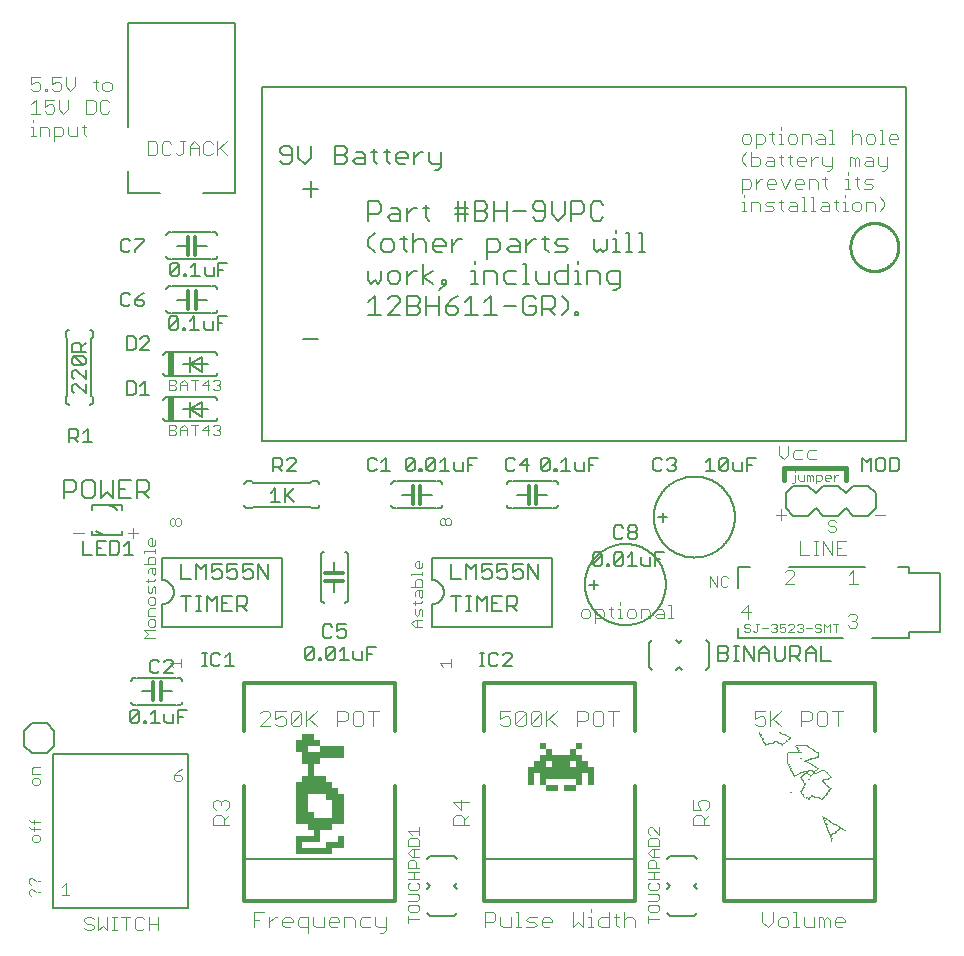
<source format=gto>
G75*
%MOIN*%
%OFA0B0*%
%FSLAX25Y25*%
%IPPOS*%
%LPD*%
%AMOC8*
5,1,8,0,0,1.08239X$1,22.5*
%
%ADD10C,0.00500*%
%ADD11C,0.00300*%
%ADD12C,0.00400*%
%ADD13R,0.00300X0.00300*%
%ADD14R,0.00600X0.00300*%
%ADD15R,0.01500X0.00300*%
%ADD16R,0.00900X0.00300*%
%ADD17R,0.01200X0.00300*%
%ADD18R,0.00400X0.00300*%
%ADD19R,0.01800X0.00300*%
%ADD20R,0.04500X0.00300*%
%ADD21R,0.03900X0.00300*%
%ADD22C,0.01600*%
%ADD23C,0.00600*%
%ADD24R,0.04000X0.02000*%
%ADD25R,0.02000X0.02000*%
%ADD26R,0.14000X0.02000*%
%ADD27R,0.22000X0.02000*%
%ADD28R,0.06000X0.02000*%
%ADD29R,0.08000X0.02000*%
%ADD30R,0.12000X0.02000*%
%ADD31R,0.16000X0.02000*%
%ADD32C,0.01000*%
%ADD33C,0.01200*%
%ADD34C,0.00700*%
%ADD35R,0.02000X0.08000*%
%ADD36C,0.00800*%
D10*
X0170219Y0104524D02*
X0170219Y0156098D01*
X0215219Y0156098D01*
X0215219Y0104524D01*
X0170219Y0104524D01*
X0233641Y0120839D02*
X0284034Y0120839D01*
X0313641Y0120839D02*
X0364034Y0120839D01*
X0393641Y0120839D02*
X0444034Y0120839D01*
X0443097Y0194622D02*
X0455499Y0194622D01*
X0455499Y0196591D01*
X0465735Y0196591D01*
X0465735Y0216276D01*
X0455499Y0216276D01*
X0455499Y0218244D01*
X0455302Y0218244D02*
X0451562Y0218244D01*
X0440735Y0218244D02*
X0415538Y0218244D01*
X0402546Y0218244D02*
X0398412Y0218244D01*
X0398412Y0211157D01*
X0398412Y0197969D02*
X0398412Y0194622D01*
X0433255Y0194622D01*
X0373808Y0223187D02*
X0370805Y0223187D01*
X0370805Y0218683D01*
X0369204Y0218683D02*
X0369204Y0221686D01*
X0370805Y0220935D02*
X0372306Y0220935D01*
X0369204Y0218683D02*
X0366952Y0218683D01*
X0366201Y0219434D01*
X0366201Y0221686D01*
X0364600Y0218683D02*
X0361597Y0218683D01*
X0363099Y0218683D02*
X0363099Y0223187D01*
X0361597Y0221686D01*
X0359996Y0222436D02*
X0356993Y0219434D01*
X0357744Y0218683D01*
X0359245Y0218683D01*
X0359996Y0219434D01*
X0359996Y0222436D01*
X0359245Y0223187D01*
X0357744Y0223187D01*
X0356993Y0222436D01*
X0356993Y0219434D01*
X0355442Y0219434D02*
X0355442Y0218683D01*
X0354691Y0218683D01*
X0354691Y0219434D01*
X0355442Y0219434D01*
X0353090Y0219434D02*
X0352339Y0218683D01*
X0350838Y0218683D01*
X0350088Y0219434D01*
X0353090Y0222436D01*
X0353090Y0219434D01*
X0353090Y0222436D02*
X0352339Y0223187D01*
X0350838Y0223187D01*
X0350088Y0222436D01*
X0350088Y0219434D01*
X0357838Y0227683D02*
X0359339Y0227683D01*
X0360090Y0228434D01*
X0361691Y0228434D02*
X0361691Y0229184D01*
X0362442Y0229935D01*
X0363943Y0229935D01*
X0364694Y0229184D01*
X0364694Y0228434D01*
X0363943Y0227683D01*
X0362442Y0227683D01*
X0361691Y0228434D01*
X0362442Y0229935D02*
X0361691Y0230686D01*
X0361691Y0231436D01*
X0362442Y0232187D01*
X0363943Y0232187D01*
X0364694Y0231436D01*
X0364694Y0230686D01*
X0363943Y0229935D01*
X0360090Y0231436D02*
X0359339Y0232187D01*
X0357838Y0232187D01*
X0357088Y0231436D01*
X0357088Y0228434D01*
X0357838Y0227683D01*
X0348701Y0250183D02*
X0348701Y0254687D01*
X0351704Y0254687D01*
X0350203Y0252435D02*
X0348701Y0252435D01*
X0347100Y0253186D02*
X0347100Y0250183D01*
X0344848Y0250183D01*
X0344097Y0250934D01*
X0344097Y0253186D01*
X0342496Y0250183D02*
X0339493Y0250183D01*
X0340995Y0250183D02*
X0340995Y0254687D01*
X0339493Y0253186D01*
X0337942Y0250934D02*
X0337942Y0250183D01*
X0337191Y0250183D01*
X0337191Y0250934D01*
X0337942Y0250934D01*
X0335590Y0250934D02*
X0334839Y0250183D01*
X0333338Y0250183D01*
X0332588Y0250934D01*
X0335590Y0253936D01*
X0335590Y0250934D01*
X0335590Y0253936D02*
X0334839Y0254687D01*
X0333338Y0254687D01*
X0332588Y0253936D01*
X0332588Y0250934D01*
X0328694Y0252435D02*
X0325691Y0252435D01*
X0327943Y0254687D01*
X0327943Y0250183D01*
X0324090Y0250934D02*
X0323339Y0250183D01*
X0321838Y0250183D01*
X0321088Y0250934D01*
X0321088Y0253936D01*
X0321838Y0254687D01*
X0323339Y0254687D01*
X0324090Y0253936D01*
X0311308Y0254687D02*
X0308305Y0254687D01*
X0308305Y0250183D01*
X0306704Y0250183D02*
X0306704Y0253186D01*
X0308305Y0252435D02*
X0309806Y0252435D01*
X0306704Y0250183D02*
X0304452Y0250183D01*
X0303701Y0250934D01*
X0303701Y0253186D01*
X0302100Y0250183D02*
X0299097Y0250183D01*
X0300599Y0250183D02*
X0300599Y0254687D01*
X0299097Y0253186D01*
X0297496Y0253936D02*
X0294493Y0250934D01*
X0295244Y0250183D01*
X0296745Y0250183D01*
X0297496Y0250934D01*
X0297496Y0253936D01*
X0296745Y0254687D01*
X0295244Y0254687D01*
X0294493Y0253936D01*
X0294493Y0250934D01*
X0292942Y0250934D02*
X0292942Y0250183D01*
X0292191Y0250183D01*
X0292191Y0250934D01*
X0292942Y0250934D01*
X0290590Y0250934D02*
X0289839Y0250183D01*
X0288338Y0250183D01*
X0287588Y0250934D01*
X0290590Y0253936D01*
X0290590Y0250934D01*
X0290590Y0253936D02*
X0289839Y0254687D01*
X0288338Y0254687D01*
X0287588Y0253936D01*
X0287588Y0250934D01*
X0282494Y0250183D02*
X0279491Y0250183D01*
X0280993Y0250183D02*
X0280993Y0254687D01*
X0279491Y0253186D01*
X0277890Y0253936D02*
X0277139Y0254687D01*
X0275638Y0254687D01*
X0274888Y0253936D01*
X0274888Y0250934D01*
X0275638Y0250183D01*
X0277139Y0250183D01*
X0277890Y0250934D01*
X0250994Y0250183D02*
X0247991Y0250183D01*
X0250994Y0253186D01*
X0250994Y0253936D01*
X0250243Y0254687D01*
X0248742Y0254687D01*
X0247991Y0253936D01*
X0246390Y0253936D02*
X0246390Y0252435D01*
X0245639Y0251684D01*
X0243388Y0251684D01*
X0244889Y0251684D02*
X0246390Y0250183D01*
X0243388Y0250183D02*
X0243388Y0254687D01*
X0245639Y0254687D01*
X0246390Y0253936D01*
X0239696Y0260323D02*
X0454263Y0260323D01*
X0454263Y0378433D01*
X0239696Y0378433D01*
X0239696Y0260323D01*
X0244189Y0244487D02*
X0244189Y0239983D01*
X0242688Y0239983D02*
X0245690Y0239983D01*
X0247291Y0239983D02*
X0247291Y0244487D01*
X0248042Y0242235D02*
X0250294Y0239983D01*
X0247291Y0241484D02*
X0250294Y0244487D01*
X0244189Y0244487D02*
X0242688Y0242986D01*
X0202166Y0244236D02*
X0201149Y0243218D01*
X0198096Y0243218D01*
X0198096Y0241183D02*
X0198096Y0247288D01*
X0201149Y0247288D01*
X0202166Y0246271D01*
X0202166Y0244236D01*
X0200131Y0243218D02*
X0202166Y0241183D01*
X0196089Y0241183D02*
X0192019Y0241183D01*
X0192019Y0247288D01*
X0196089Y0247288D01*
X0194054Y0244236D02*
X0192019Y0244236D01*
X0190012Y0247288D02*
X0190012Y0241183D01*
X0187977Y0243218D01*
X0185942Y0241183D01*
X0185942Y0247288D01*
X0183935Y0246271D02*
X0182917Y0247288D01*
X0180882Y0247288D01*
X0179865Y0246271D01*
X0179865Y0242201D01*
X0180882Y0241183D01*
X0182917Y0241183D01*
X0183935Y0242201D01*
X0183935Y0246271D01*
X0177858Y0246271D02*
X0177858Y0244236D01*
X0176840Y0243218D01*
X0173788Y0243218D01*
X0173788Y0241183D02*
X0173788Y0247288D01*
X0176840Y0247288D01*
X0177858Y0246271D01*
X0178490Y0259783D02*
X0176989Y0261284D01*
X0177739Y0261284D02*
X0175488Y0261284D01*
X0175488Y0259783D02*
X0175488Y0264287D01*
X0177739Y0264287D01*
X0178490Y0263536D01*
X0178490Y0262035D01*
X0177739Y0261284D01*
X0180091Y0259783D02*
X0183094Y0259783D01*
X0181593Y0259783D02*
X0181593Y0264287D01*
X0180091Y0262786D01*
X0180888Y0276267D02*
X0177885Y0279270D01*
X0177134Y0279270D01*
X0176384Y0278519D01*
X0176384Y0277018D01*
X0177134Y0276267D01*
X0180888Y0276267D02*
X0180888Y0279270D01*
X0180888Y0280871D02*
X0177885Y0283874D01*
X0177134Y0283874D01*
X0176384Y0283123D01*
X0176384Y0281622D01*
X0177134Y0280871D01*
X0180888Y0280871D02*
X0180888Y0283874D01*
X0180137Y0285475D02*
X0177134Y0288478D01*
X0180137Y0288478D01*
X0180888Y0287727D01*
X0180888Y0286226D01*
X0180137Y0285475D01*
X0177134Y0285475D01*
X0176384Y0286226D01*
X0176384Y0287727D01*
X0177134Y0288478D01*
X0176384Y0290079D02*
X0176384Y0292331D01*
X0177134Y0293082D01*
X0178636Y0293082D01*
X0179386Y0292331D01*
X0179386Y0290079D01*
X0179386Y0291580D02*
X0180888Y0293082D01*
X0180888Y0290079D02*
X0176384Y0290079D01*
X0194588Y0290683D02*
X0196839Y0290683D01*
X0197590Y0291434D01*
X0197590Y0294436D01*
X0196839Y0295187D01*
X0194588Y0295187D01*
X0194588Y0290683D01*
X0199191Y0290683D02*
X0202194Y0293686D01*
X0202194Y0294436D01*
X0201443Y0295187D01*
X0199942Y0295187D01*
X0199191Y0294436D01*
X0199191Y0290683D02*
X0202194Y0290683D01*
X0209538Y0297283D02*
X0208788Y0298034D01*
X0211790Y0301036D01*
X0211790Y0298034D01*
X0211039Y0297283D01*
X0209538Y0297283D01*
X0208788Y0298034D02*
X0208788Y0301036D01*
X0209538Y0301787D01*
X0211039Y0301787D01*
X0211790Y0301036D01*
X0213391Y0298034D02*
X0214142Y0298034D01*
X0214142Y0297283D01*
X0213391Y0297283D01*
X0213391Y0298034D01*
X0215693Y0297283D02*
X0218696Y0297283D01*
X0217195Y0297283D02*
X0217195Y0301787D01*
X0215693Y0300286D01*
X0220297Y0300286D02*
X0220297Y0298034D01*
X0221048Y0297283D01*
X0223300Y0297283D01*
X0223300Y0300286D01*
X0224901Y0299535D02*
X0226403Y0299535D01*
X0224901Y0301787D02*
X0227904Y0301787D01*
X0224901Y0301787D02*
X0224901Y0297283D01*
X0225201Y0315183D02*
X0225201Y0319687D01*
X0228204Y0319687D01*
X0226703Y0317435D02*
X0225201Y0317435D01*
X0223600Y0318186D02*
X0223600Y0315183D01*
X0221348Y0315183D01*
X0220597Y0315934D01*
X0220597Y0318186D01*
X0218996Y0315183D02*
X0215993Y0315183D01*
X0217495Y0315183D02*
X0217495Y0319687D01*
X0215993Y0318186D01*
X0214442Y0315934D02*
X0214442Y0315183D01*
X0213691Y0315183D01*
X0213691Y0315934D01*
X0214442Y0315934D01*
X0212090Y0315934D02*
X0211339Y0315183D01*
X0209838Y0315183D01*
X0209088Y0315934D01*
X0212090Y0318936D01*
X0212090Y0315934D01*
X0212090Y0318936D02*
X0211339Y0319687D01*
X0209838Y0319687D01*
X0209088Y0318936D01*
X0209088Y0315934D01*
X0200486Y0309687D02*
X0198985Y0308936D01*
X0197484Y0307435D01*
X0199735Y0307435D01*
X0200486Y0306684D01*
X0200486Y0305934D01*
X0199735Y0305183D01*
X0198234Y0305183D01*
X0197484Y0305934D01*
X0197484Y0307435D01*
X0195882Y0308936D02*
X0195132Y0309687D01*
X0193630Y0309687D01*
X0192880Y0308936D01*
X0192880Y0305934D01*
X0193630Y0305183D01*
X0195132Y0305183D01*
X0195882Y0305934D01*
X0195132Y0323183D02*
X0195882Y0323934D01*
X0195132Y0323183D02*
X0193630Y0323183D01*
X0192880Y0323934D01*
X0192880Y0326936D01*
X0193630Y0327687D01*
X0195132Y0327687D01*
X0195882Y0326936D01*
X0197484Y0327687D02*
X0200486Y0327687D01*
X0200486Y0326936D01*
X0197484Y0323934D01*
X0197484Y0323183D01*
X0195121Y0342933D02*
X0195121Y0350413D01*
X0195121Y0342933D02*
X0205751Y0342933D01*
X0219924Y0342933D02*
X0230554Y0342933D01*
X0230554Y0399626D01*
X0195121Y0399626D01*
X0195121Y0364783D01*
X0245788Y0357571D02*
X0245788Y0356553D01*
X0246805Y0355536D01*
X0249858Y0355536D01*
X0249858Y0353501D02*
X0249858Y0357571D01*
X0248840Y0358588D01*
X0246805Y0358588D01*
X0245788Y0357571D01*
X0245788Y0353501D02*
X0246805Y0352483D01*
X0248840Y0352483D01*
X0249858Y0353501D01*
X0251865Y0354518D02*
X0253900Y0352483D01*
X0255935Y0354518D01*
X0255935Y0358588D01*
X0251865Y0358588D02*
X0251865Y0354518D01*
X0264019Y0355536D02*
X0267072Y0355536D01*
X0268089Y0354518D01*
X0268089Y0353501D01*
X0267072Y0352483D01*
X0264019Y0352483D01*
X0264019Y0358588D01*
X0267072Y0358588D01*
X0268089Y0357571D01*
X0268089Y0356553D01*
X0267072Y0355536D01*
X0270096Y0353501D02*
X0271114Y0354518D01*
X0274166Y0354518D01*
X0274166Y0355536D02*
X0274166Y0352483D01*
X0271114Y0352483D01*
X0270096Y0353501D01*
X0271114Y0356553D02*
X0273149Y0356553D01*
X0274166Y0355536D01*
X0276173Y0356553D02*
X0278209Y0356553D01*
X0277191Y0357571D02*
X0277191Y0353501D01*
X0278209Y0352483D01*
X0281242Y0353501D02*
X0282260Y0352483D01*
X0281242Y0353501D02*
X0281242Y0357571D01*
X0280225Y0356553D02*
X0282260Y0356553D01*
X0284276Y0355536D02*
X0285294Y0356553D01*
X0287329Y0356553D01*
X0288347Y0355536D01*
X0288347Y0354518D01*
X0284276Y0354518D01*
X0284276Y0353501D02*
X0284276Y0355536D01*
X0284276Y0353501D02*
X0285294Y0352483D01*
X0287329Y0352483D01*
X0290354Y0352483D02*
X0290354Y0356553D01*
X0292389Y0356553D02*
X0293406Y0356553D01*
X0292389Y0356553D02*
X0290354Y0354518D01*
X0295418Y0353501D02*
X0296435Y0352483D01*
X0299488Y0352483D01*
X0299488Y0351466D02*
X0299488Y0356553D01*
X0295418Y0356553D02*
X0295418Y0353501D01*
X0297453Y0350448D02*
X0298470Y0350448D01*
X0299488Y0351466D01*
X0200693Y0280187D02*
X0200693Y0275683D01*
X0202194Y0275683D02*
X0199191Y0275683D01*
X0197590Y0276434D02*
X0197590Y0279436D01*
X0196839Y0280187D01*
X0194588Y0280187D01*
X0194588Y0275683D01*
X0196839Y0275683D01*
X0197590Y0276434D01*
X0199191Y0278686D02*
X0200693Y0280187D01*
X0187938Y0238933D02*
X0188077Y0238929D01*
X0188216Y0238921D01*
X0188356Y0238910D01*
X0188494Y0238895D01*
X0188632Y0238875D01*
X0188770Y0238852D01*
X0188907Y0238825D01*
X0189043Y0238794D01*
X0189178Y0238760D01*
X0189312Y0238721D01*
X0189445Y0238679D01*
X0189577Y0238633D01*
X0189708Y0238584D01*
X0189837Y0238531D01*
X0189964Y0238474D01*
X0190090Y0238414D01*
X0190214Y0238350D01*
X0190336Y0238283D01*
X0190457Y0238212D01*
X0190575Y0238138D01*
X0190691Y0238061D01*
X0190805Y0237980D01*
X0190917Y0237896D01*
X0191026Y0237810D01*
X0191133Y0237720D01*
X0191237Y0237627D01*
X0191339Y0237531D01*
X0191437Y0237433D01*
X0187937Y0228933D02*
X0187798Y0228937D01*
X0187659Y0228945D01*
X0187519Y0228956D01*
X0187381Y0228971D01*
X0187243Y0228991D01*
X0187105Y0229014D01*
X0186968Y0229041D01*
X0186832Y0229072D01*
X0186697Y0229106D01*
X0186563Y0229145D01*
X0186430Y0229187D01*
X0186298Y0229233D01*
X0186167Y0229282D01*
X0186038Y0229335D01*
X0185911Y0229392D01*
X0185785Y0229452D01*
X0185661Y0229516D01*
X0185539Y0229583D01*
X0185418Y0229654D01*
X0185300Y0229728D01*
X0185184Y0229805D01*
X0185070Y0229886D01*
X0184958Y0229970D01*
X0184849Y0230056D01*
X0184742Y0230146D01*
X0184638Y0230239D01*
X0184536Y0230335D01*
X0184438Y0230433D01*
X0184591Y0226887D02*
X0184591Y0222383D01*
X0187594Y0222383D01*
X0189195Y0222383D02*
X0191447Y0222383D01*
X0192198Y0223134D01*
X0192198Y0226136D01*
X0191447Y0226887D01*
X0189195Y0226887D01*
X0189195Y0222383D01*
X0186093Y0224635D02*
X0184591Y0224635D01*
X0184591Y0226887D02*
X0187594Y0226887D01*
X0193799Y0225386D02*
X0195301Y0226887D01*
X0195301Y0222383D01*
X0196802Y0222383D02*
X0193799Y0222383D01*
X0182990Y0222383D02*
X0179988Y0222383D01*
X0179988Y0226887D01*
X0203238Y0187387D02*
X0202488Y0186636D01*
X0202488Y0183634D01*
X0203238Y0182883D01*
X0204739Y0182883D01*
X0205490Y0183634D01*
X0207091Y0182883D02*
X0210094Y0185886D01*
X0210094Y0186636D01*
X0209343Y0187387D01*
X0207842Y0187387D01*
X0207091Y0186636D01*
X0205490Y0186636D02*
X0204739Y0187387D01*
X0203238Y0187387D01*
X0207091Y0182883D02*
X0210094Y0182883D01*
X0219810Y0185183D02*
X0221312Y0185183D01*
X0220561Y0185183D02*
X0220561Y0189687D01*
X0219810Y0189687D02*
X0221312Y0189687D01*
X0222880Y0188936D02*
X0222880Y0185934D01*
X0223630Y0185183D01*
X0225132Y0185183D01*
X0225882Y0185934D01*
X0227484Y0185183D02*
X0230486Y0185183D01*
X0228985Y0185183D02*
X0228985Y0189687D01*
X0227484Y0188186D01*
X0225882Y0188936D02*
X0225132Y0189687D01*
X0223630Y0189687D01*
X0222880Y0188936D01*
X0214804Y0170687D02*
X0211801Y0170687D01*
X0211801Y0166183D01*
X0210200Y0166183D02*
X0210200Y0169186D01*
X0211801Y0168435D02*
X0213303Y0168435D01*
X0210200Y0166183D02*
X0207948Y0166183D01*
X0207197Y0166934D01*
X0207197Y0169186D01*
X0205596Y0166183D02*
X0202593Y0166183D01*
X0204095Y0166183D02*
X0204095Y0170687D01*
X0202593Y0169186D01*
X0201042Y0166934D02*
X0201042Y0166183D01*
X0200291Y0166183D01*
X0200291Y0166934D01*
X0201042Y0166934D01*
X0198690Y0166934D02*
X0197939Y0166183D01*
X0196438Y0166183D01*
X0195688Y0166934D01*
X0198690Y0169936D01*
X0198690Y0166934D01*
X0198690Y0169936D02*
X0197939Y0170687D01*
X0196438Y0170687D01*
X0195688Y0169936D01*
X0195688Y0166934D01*
X0254088Y0187934D02*
X0257090Y0190936D01*
X0257090Y0187934D01*
X0256339Y0187183D01*
X0254838Y0187183D01*
X0254088Y0187934D01*
X0254088Y0190936D01*
X0254838Y0191687D01*
X0256339Y0191687D01*
X0257090Y0190936D01*
X0258691Y0187934D02*
X0259442Y0187934D01*
X0259442Y0187183D01*
X0258691Y0187183D01*
X0258691Y0187934D01*
X0260993Y0187934D02*
X0263996Y0190936D01*
X0263996Y0187934D01*
X0263245Y0187183D01*
X0261744Y0187183D01*
X0260993Y0187934D01*
X0260993Y0190936D01*
X0261744Y0191687D01*
X0263245Y0191687D01*
X0263996Y0190936D01*
X0265597Y0190186D02*
X0267099Y0191687D01*
X0267099Y0187183D01*
X0268600Y0187183D02*
X0265597Y0187183D01*
X0270201Y0187934D02*
X0270952Y0187183D01*
X0273204Y0187183D01*
X0273204Y0190186D01*
X0274805Y0189435D02*
X0276306Y0189435D01*
X0274805Y0187183D02*
X0274805Y0191687D01*
X0277808Y0191687D01*
X0270201Y0190186D02*
X0270201Y0187934D01*
X0266943Y0194683D02*
X0265442Y0194683D01*
X0264691Y0195434D01*
X0264691Y0196935D02*
X0266193Y0197686D01*
X0266943Y0197686D01*
X0267694Y0196935D01*
X0267694Y0195434D01*
X0266943Y0194683D01*
X0264691Y0196935D02*
X0264691Y0199187D01*
X0267694Y0199187D01*
X0263090Y0198436D02*
X0262339Y0199187D01*
X0260838Y0199187D01*
X0260088Y0198436D01*
X0260088Y0195434D01*
X0260838Y0194683D01*
X0262339Y0194683D01*
X0263090Y0195434D01*
X0312310Y0189687D02*
X0313812Y0189687D01*
X0313061Y0189687D02*
X0313061Y0185183D01*
X0312310Y0185183D02*
X0313812Y0185183D01*
X0315380Y0185934D02*
X0315380Y0188936D01*
X0316130Y0189687D01*
X0317632Y0189687D01*
X0318382Y0188936D01*
X0319984Y0188936D02*
X0320734Y0189687D01*
X0322235Y0189687D01*
X0322986Y0188936D01*
X0322986Y0188186D01*
X0319984Y0185183D01*
X0322986Y0185183D01*
X0318382Y0185934D02*
X0317632Y0185183D01*
X0316130Y0185183D01*
X0315380Y0185934D01*
X0370938Y0250183D02*
X0372439Y0250183D01*
X0373190Y0250934D01*
X0374791Y0250934D02*
X0375542Y0250183D01*
X0377043Y0250183D01*
X0377794Y0250934D01*
X0377794Y0251684D01*
X0377043Y0252435D01*
X0376293Y0252435D01*
X0377043Y0252435D02*
X0377794Y0253186D01*
X0377794Y0253936D01*
X0377043Y0254687D01*
X0375542Y0254687D01*
X0374791Y0253936D01*
X0373190Y0253936D02*
X0372439Y0254687D01*
X0370938Y0254687D01*
X0370188Y0253936D01*
X0370188Y0250934D01*
X0370938Y0250183D01*
X0387588Y0250183D02*
X0390590Y0250183D01*
X0389089Y0250183D02*
X0389089Y0254687D01*
X0387588Y0253186D01*
X0392191Y0253936D02*
X0392942Y0254687D01*
X0394443Y0254687D01*
X0395194Y0253936D01*
X0392191Y0250934D01*
X0392942Y0250183D01*
X0394443Y0250183D01*
X0395194Y0250934D01*
X0395194Y0253936D01*
X0396795Y0253186D02*
X0396795Y0250934D01*
X0397546Y0250183D01*
X0399798Y0250183D01*
X0399798Y0253186D01*
X0401399Y0252435D02*
X0402901Y0252435D01*
X0401399Y0254687D02*
X0404402Y0254687D01*
X0401399Y0254687D02*
X0401399Y0250183D01*
X0392191Y0250934D02*
X0392191Y0253936D01*
X0439788Y0254687D02*
X0439788Y0250183D01*
X0442790Y0250183D02*
X0442790Y0254687D01*
X0441289Y0253186D01*
X0439788Y0254687D01*
X0444391Y0253936D02*
X0444391Y0250934D01*
X0445142Y0250183D01*
X0446643Y0250183D01*
X0447394Y0250934D01*
X0447394Y0253936D01*
X0446643Y0254687D01*
X0445142Y0254687D01*
X0444391Y0253936D01*
X0448995Y0254687D02*
X0448995Y0250183D01*
X0451247Y0250183D01*
X0451998Y0250934D01*
X0451998Y0253936D01*
X0451247Y0254687D01*
X0448995Y0254687D01*
D11*
X0161984Y0110435D02*
X0161984Y0109200D01*
X0162602Y0108583D01*
X0161984Y0110435D02*
X0162602Y0111052D01*
X0163219Y0111052D01*
X0164453Y0109817D01*
X0165070Y0109817D02*
X0165688Y0109817D01*
X0165688Y0113501D02*
X0165070Y0113501D01*
X0164453Y0113501D02*
X0163219Y0114735D01*
X0162602Y0114735D01*
X0161984Y0114118D01*
X0161984Y0112883D01*
X0162602Y0112266D01*
X0172988Y0111552D02*
X0174222Y0112786D01*
X0174222Y0109083D01*
X0172988Y0109083D02*
X0175456Y0109083D01*
X0165070Y0126583D02*
X0165688Y0127200D01*
X0165688Y0128435D01*
X0165070Y0129052D01*
X0163836Y0129052D01*
X0163219Y0128435D01*
X0163219Y0127200D01*
X0163836Y0126583D01*
X0165070Y0126583D01*
X0163836Y0130266D02*
X0163836Y0131501D01*
X0163836Y0132722D02*
X0163836Y0133956D01*
X0162602Y0133339D02*
X0165688Y0133339D01*
X0165688Y0130883D02*
X0162602Y0130883D01*
X0161984Y0131501D01*
X0162602Y0133339D02*
X0161984Y0133956D01*
X0163836Y0145583D02*
X0165070Y0145583D01*
X0165688Y0146200D01*
X0165688Y0147435D01*
X0165070Y0148052D01*
X0163836Y0148052D01*
X0163219Y0147435D01*
X0163219Y0146200D01*
X0163836Y0145583D01*
X0163219Y0149266D02*
X0163219Y0151118D01*
X0163836Y0151735D01*
X0165688Y0151735D01*
X0165688Y0149266D02*
X0163219Y0149266D01*
X0210488Y0148935D02*
X0212339Y0148935D01*
X0212956Y0148317D01*
X0212956Y0147700D01*
X0212339Y0147083D01*
X0211105Y0147083D01*
X0210488Y0147700D01*
X0210488Y0148935D01*
X0211722Y0150169D01*
X0212956Y0150786D01*
X0212688Y0185083D02*
X0212688Y0187552D01*
X0212688Y0186317D02*
X0208984Y0186317D01*
X0210219Y0185083D01*
X0204188Y0194707D02*
X0200484Y0194707D01*
X0201719Y0195941D01*
X0200484Y0197176D01*
X0204188Y0197176D01*
X0203570Y0198390D02*
X0204188Y0199007D01*
X0204188Y0200242D01*
X0203570Y0200859D01*
X0202336Y0200859D01*
X0201719Y0200242D01*
X0201719Y0199007D01*
X0202336Y0198390D01*
X0203570Y0198390D01*
X0204188Y0202073D02*
X0201719Y0202073D01*
X0201719Y0203925D01*
X0202336Y0204542D01*
X0204188Y0204542D01*
X0203570Y0205756D02*
X0204188Y0206374D01*
X0204188Y0207608D01*
X0203570Y0208225D01*
X0202336Y0208225D01*
X0201719Y0207608D01*
X0201719Y0206374D01*
X0202336Y0205756D01*
X0203570Y0205756D01*
X0204188Y0209440D02*
X0204188Y0211291D01*
X0203570Y0211908D01*
X0202953Y0211291D01*
X0202953Y0210057D01*
X0202336Y0209440D01*
X0201719Y0210057D01*
X0201719Y0211908D01*
X0201719Y0213123D02*
X0201719Y0214357D01*
X0201102Y0213740D02*
X0203570Y0213740D01*
X0204188Y0214357D01*
X0203570Y0215578D02*
X0202953Y0216195D01*
X0202953Y0218047D01*
X0202336Y0218047D02*
X0204188Y0218047D01*
X0204188Y0216195D01*
X0203570Y0215578D01*
X0201719Y0216195D02*
X0201719Y0217430D01*
X0202336Y0218047D01*
X0201719Y0219261D02*
X0201719Y0221113D01*
X0202336Y0221730D01*
X0203570Y0221730D01*
X0204188Y0221113D01*
X0204188Y0219261D01*
X0200484Y0219261D01*
X0200484Y0222944D02*
X0200484Y0223562D01*
X0204188Y0223562D01*
X0204188Y0224179D02*
X0204188Y0222944D01*
X0203570Y0225400D02*
X0202336Y0225400D01*
X0201719Y0226017D01*
X0201719Y0227251D01*
X0202336Y0227869D01*
X0202953Y0227869D01*
X0202953Y0225400D01*
X0203570Y0225400D02*
X0204188Y0226017D01*
X0204188Y0227251D01*
X0209602Y0232083D02*
X0210219Y0232083D01*
X0210836Y0232700D01*
X0210836Y0233935D01*
X0211453Y0234552D01*
X0212070Y0234552D01*
X0212688Y0233935D01*
X0212688Y0232700D01*
X0212070Y0232083D01*
X0211453Y0232083D01*
X0210836Y0232700D01*
X0210836Y0233935D02*
X0210219Y0234552D01*
X0209602Y0234552D01*
X0208984Y0233935D01*
X0208984Y0232700D01*
X0209602Y0232083D01*
X0289484Y0216062D02*
X0293188Y0216062D01*
X0293188Y0216679D02*
X0293188Y0215444D01*
X0292570Y0214230D02*
X0291336Y0214230D01*
X0290719Y0213613D01*
X0290719Y0211761D01*
X0289484Y0211761D02*
X0293188Y0211761D01*
X0293188Y0213613D01*
X0292570Y0214230D01*
X0289484Y0215444D02*
X0289484Y0216062D01*
X0291336Y0217900D02*
X0290719Y0218517D01*
X0290719Y0219751D01*
X0291336Y0220369D01*
X0291953Y0220369D01*
X0291953Y0217900D01*
X0292570Y0217900D02*
X0291336Y0217900D01*
X0292570Y0217900D02*
X0293188Y0218517D01*
X0293188Y0219751D01*
X0293188Y0210547D02*
X0293188Y0208695D01*
X0292570Y0208078D01*
X0291953Y0208695D01*
X0291953Y0210547D01*
X0291336Y0210547D02*
X0293188Y0210547D01*
X0291336Y0210547D02*
X0290719Y0209930D01*
X0290719Y0208695D01*
X0290719Y0206857D02*
X0290719Y0205623D01*
X0290102Y0206240D02*
X0292570Y0206240D01*
X0293188Y0206857D01*
X0292570Y0204408D02*
X0291953Y0203791D01*
X0291953Y0202557D01*
X0291336Y0201940D01*
X0290719Y0202557D01*
X0290719Y0204408D01*
X0292570Y0204408D02*
X0293188Y0203791D01*
X0293188Y0201940D01*
X0293188Y0200725D02*
X0290719Y0200725D01*
X0289484Y0199491D01*
X0290719Y0198256D01*
X0293188Y0198256D01*
X0291336Y0198256D02*
X0291336Y0200725D01*
X0298984Y0186317D02*
X0302688Y0186317D01*
X0302688Y0185083D02*
X0302688Y0187552D01*
X0300219Y0185083D02*
X0298984Y0186317D01*
X0388988Y0211583D02*
X0388988Y0215286D01*
X0391456Y0211583D01*
X0391456Y0215286D01*
X0392671Y0214669D02*
X0392671Y0212200D01*
X0393288Y0211583D01*
X0394522Y0211583D01*
X0395139Y0212200D01*
X0395139Y0214669D02*
X0394522Y0215286D01*
X0393288Y0215286D01*
X0392671Y0214669D01*
X0400960Y0199386D02*
X0400476Y0198902D01*
X0400476Y0198418D01*
X0400960Y0197934D01*
X0401927Y0197934D01*
X0402411Y0197451D01*
X0402411Y0196967D01*
X0401927Y0196483D01*
X0400960Y0196483D01*
X0400476Y0196967D01*
X0400960Y0199386D02*
X0401927Y0199386D01*
X0402411Y0198902D01*
X0404390Y0199386D02*
X0405357Y0199386D01*
X0404874Y0199386D02*
X0404874Y0196967D01*
X0404390Y0196483D01*
X0403906Y0196483D01*
X0403422Y0196967D01*
X0406369Y0197934D02*
X0408304Y0197934D01*
X0409315Y0196967D02*
X0409799Y0196483D01*
X0410767Y0196483D01*
X0411250Y0196967D01*
X0411250Y0197451D01*
X0410767Y0197934D01*
X0410283Y0197934D01*
X0410767Y0197934D02*
X0411250Y0198418D01*
X0411250Y0198902D01*
X0410767Y0199386D01*
X0409799Y0199386D01*
X0409315Y0198902D01*
X0412262Y0199386D02*
X0412262Y0197934D01*
X0413229Y0198418D01*
X0413713Y0198418D01*
X0414197Y0197934D01*
X0414197Y0196967D01*
X0413713Y0196483D01*
X0412746Y0196483D01*
X0412262Y0196967D01*
X0412262Y0199386D02*
X0414197Y0199386D01*
X0415208Y0198902D02*
X0415692Y0199386D01*
X0416660Y0199386D01*
X0417143Y0198902D01*
X0417143Y0198418D01*
X0415208Y0196483D01*
X0417143Y0196483D01*
X0418155Y0196967D02*
X0418639Y0196483D01*
X0419606Y0196483D01*
X0420090Y0196967D01*
X0420090Y0197451D01*
X0419606Y0197934D01*
X0419122Y0197934D01*
X0419606Y0197934D02*
X0420090Y0198418D01*
X0420090Y0198902D01*
X0419606Y0199386D01*
X0418639Y0199386D01*
X0418155Y0198902D01*
X0421101Y0197934D02*
X0423036Y0197934D01*
X0424048Y0198418D02*
X0424532Y0197934D01*
X0425499Y0197934D01*
X0425983Y0197451D01*
X0425983Y0196967D01*
X0425499Y0196483D01*
X0424532Y0196483D01*
X0424048Y0196967D01*
X0424048Y0198418D02*
X0424048Y0198902D01*
X0424532Y0199386D01*
X0425499Y0199386D01*
X0425983Y0198902D01*
X0426994Y0199386D02*
X0427962Y0198418D01*
X0428929Y0199386D01*
X0428929Y0196483D01*
X0426994Y0196483D02*
X0426994Y0199386D01*
X0429941Y0199386D02*
X0431876Y0199386D01*
X0430908Y0199386D02*
X0430908Y0196483D01*
X0430339Y0230083D02*
X0429105Y0230083D01*
X0428488Y0230700D01*
X0429105Y0231935D02*
X0428488Y0232552D01*
X0428488Y0233169D01*
X0429105Y0233786D01*
X0430339Y0233786D01*
X0430956Y0233169D01*
X0430339Y0231935D02*
X0430956Y0231317D01*
X0430956Y0230700D01*
X0430339Y0230083D01*
X0430339Y0231935D02*
X0429105Y0231935D01*
X0424345Y0246116D02*
X0424345Y0249018D01*
X0425796Y0249018D01*
X0426280Y0248534D01*
X0426280Y0247567D01*
X0425796Y0247083D01*
X0424345Y0247083D01*
X0423333Y0247083D02*
X0423333Y0248534D01*
X0422850Y0249018D01*
X0422366Y0248534D01*
X0422366Y0247083D01*
X0421398Y0247083D02*
X0421398Y0249018D01*
X0421882Y0249018D01*
X0422366Y0248534D01*
X0420387Y0249018D02*
X0420387Y0247083D01*
X0418936Y0247083D01*
X0418452Y0247567D01*
X0418452Y0249018D01*
X0417455Y0249018D02*
X0417455Y0246599D01*
X0416971Y0246116D01*
X0416488Y0246116D01*
X0417455Y0249986D02*
X0417455Y0250469D01*
X0427291Y0248534D02*
X0427775Y0249018D01*
X0428743Y0249018D01*
X0429226Y0248534D01*
X0429226Y0248051D01*
X0427291Y0248051D01*
X0427291Y0248534D02*
X0427291Y0247567D01*
X0427775Y0247083D01*
X0428743Y0247083D01*
X0430238Y0247083D02*
X0430238Y0249018D01*
X0431205Y0249018D02*
X0431689Y0249018D01*
X0431205Y0249018D02*
X0430238Y0248051D01*
D12*
X0424315Y0254133D02*
X0422013Y0254133D01*
X0421245Y0254900D01*
X0421245Y0256435D01*
X0422013Y0257202D01*
X0424315Y0257202D01*
X0419711Y0257202D02*
X0417409Y0257202D01*
X0416641Y0256435D01*
X0416641Y0254900D01*
X0417409Y0254133D01*
X0419711Y0254133D01*
X0415107Y0255668D02*
X0415107Y0258737D01*
X0415107Y0255668D02*
X0413572Y0254133D01*
X0412038Y0255668D01*
X0412038Y0258737D01*
X0412772Y0237470D02*
X0412772Y0234000D01*
X0411038Y0235735D02*
X0414507Y0235735D01*
X0419015Y0226851D02*
X0419015Y0222247D01*
X0422084Y0222247D01*
X0423619Y0222247D02*
X0425153Y0222247D01*
X0424386Y0222247D02*
X0424386Y0226851D01*
X0423619Y0226851D02*
X0425153Y0226851D01*
X0426688Y0226851D02*
X0429757Y0222247D01*
X0429757Y0226851D01*
X0431292Y0226851D02*
X0431292Y0222247D01*
X0434361Y0222247D01*
X0432826Y0224549D02*
X0431292Y0224549D01*
X0431292Y0226851D02*
X0434361Y0226851D01*
X0426688Y0226851D02*
X0426688Y0222247D01*
X0417156Y0216493D02*
X0416389Y0217261D01*
X0414854Y0217261D01*
X0414087Y0216493D01*
X0417156Y0216493D02*
X0417156Y0215726D01*
X0414087Y0212657D01*
X0417156Y0212657D01*
X0401822Y0205450D02*
X0401822Y0200846D01*
X0402589Y0203148D02*
X0399520Y0203148D01*
X0401822Y0205450D01*
X0376730Y0201133D02*
X0375196Y0201133D01*
X0375963Y0201133D02*
X0375963Y0205737D01*
X0375196Y0205737D01*
X0373661Y0203435D02*
X0373661Y0201133D01*
X0371359Y0201133D01*
X0370592Y0201900D01*
X0371359Y0202668D01*
X0373661Y0202668D01*
X0373661Y0203435D02*
X0372894Y0204202D01*
X0371359Y0204202D01*
X0369057Y0203435D02*
X0369057Y0201133D01*
X0369057Y0203435D02*
X0368290Y0204202D01*
X0365988Y0204202D01*
X0365988Y0201133D01*
X0364453Y0201900D02*
X0364453Y0203435D01*
X0363686Y0204202D01*
X0362151Y0204202D01*
X0361384Y0203435D01*
X0361384Y0201900D01*
X0362151Y0201133D01*
X0363686Y0201133D01*
X0364453Y0201900D01*
X0359849Y0201133D02*
X0358315Y0201133D01*
X0359082Y0201133D02*
X0359082Y0204202D01*
X0358315Y0204202D01*
X0356780Y0204202D02*
X0355245Y0204202D01*
X0356013Y0204970D02*
X0356013Y0201900D01*
X0356780Y0201133D01*
X0353711Y0201900D02*
X0352943Y0201133D01*
X0350641Y0201133D01*
X0350641Y0199598D02*
X0350641Y0204202D01*
X0352943Y0204202D01*
X0353711Y0203435D01*
X0353711Y0201900D01*
X0349107Y0201900D02*
X0349107Y0203435D01*
X0348339Y0204202D01*
X0346805Y0204202D01*
X0346038Y0203435D01*
X0346038Y0201900D01*
X0346805Y0201133D01*
X0348339Y0201133D01*
X0349107Y0201900D01*
X0359082Y0205737D02*
X0359082Y0206504D01*
X0358602Y0170338D02*
X0355132Y0170338D01*
X0356867Y0170338D02*
X0356867Y0165133D01*
X0353446Y0166000D02*
X0353446Y0169470D01*
X0352578Y0170338D01*
X0350843Y0170338D01*
X0349976Y0169470D01*
X0349976Y0166000D01*
X0350843Y0165133D01*
X0352578Y0165133D01*
X0353446Y0166000D01*
X0348289Y0167735D02*
X0347422Y0166868D01*
X0344820Y0166868D01*
X0344820Y0165133D02*
X0344820Y0170338D01*
X0347422Y0170338D01*
X0348289Y0169470D01*
X0348289Y0167735D01*
X0337976Y0165133D02*
X0335374Y0167735D01*
X0334507Y0166868D02*
X0337976Y0170338D01*
X0334507Y0170338D02*
X0334507Y0165133D01*
X0332820Y0166000D02*
X0331953Y0165133D01*
X0330218Y0165133D01*
X0329350Y0166000D01*
X0332820Y0169470D01*
X0332820Y0166000D01*
X0329350Y0166000D02*
X0329350Y0169470D01*
X0330218Y0170338D01*
X0331953Y0170338D01*
X0332820Y0169470D01*
X0327664Y0169470D02*
X0324194Y0166000D01*
X0325061Y0165133D01*
X0326796Y0165133D01*
X0327664Y0166000D01*
X0327664Y0169470D01*
X0326796Y0170338D01*
X0325061Y0170338D01*
X0324194Y0169470D01*
X0324194Y0166000D01*
X0322507Y0166000D02*
X0321640Y0165133D01*
X0319905Y0165133D01*
X0319038Y0166000D01*
X0319038Y0167735D02*
X0320772Y0168603D01*
X0321640Y0168603D01*
X0322507Y0167735D01*
X0322507Y0166000D01*
X0319038Y0167735D02*
X0319038Y0170338D01*
X0322507Y0170338D01*
X0306035Y0140759D02*
X0306035Y0137289D01*
X0303433Y0139892D01*
X0308638Y0139892D01*
X0308638Y0135603D02*
X0306903Y0133868D01*
X0306903Y0134735D02*
X0306903Y0132133D01*
X0308638Y0132133D02*
X0303433Y0132133D01*
X0303433Y0134735D01*
X0304300Y0135603D01*
X0306035Y0135603D01*
X0306903Y0134735D01*
X0292138Y0131500D02*
X0292138Y0129098D01*
X0292138Y0130299D02*
X0288534Y0130299D01*
X0289735Y0129098D01*
X0289135Y0127817D02*
X0291537Y0127817D01*
X0292138Y0127217D01*
X0292138Y0125415D01*
X0288534Y0125415D01*
X0288534Y0127217D01*
X0289135Y0127817D01*
X0289735Y0124134D02*
X0288534Y0122933D01*
X0289735Y0121732D01*
X0292138Y0121732D01*
X0290336Y0121732D02*
X0290336Y0124134D01*
X0289735Y0124134D02*
X0292138Y0124134D01*
X0290336Y0120451D02*
X0289135Y0120451D01*
X0288534Y0119850D01*
X0288534Y0118049D01*
X0292138Y0118049D01*
X0290936Y0118049D02*
X0290936Y0119850D01*
X0290336Y0120451D01*
X0290336Y0116768D02*
X0290336Y0114366D01*
X0291537Y0113085D02*
X0292138Y0112484D01*
X0292138Y0111283D01*
X0291537Y0110683D01*
X0289135Y0110683D01*
X0288534Y0111283D01*
X0288534Y0112484D01*
X0289135Y0113085D01*
X0288534Y0114366D02*
X0292138Y0114366D01*
X0292138Y0116768D02*
X0288534Y0116768D01*
X0288534Y0109401D02*
X0291537Y0109401D01*
X0292138Y0108801D01*
X0292138Y0107600D01*
X0291537Y0106999D01*
X0288534Y0106999D01*
X0289135Y0105718D02*
X0288534Y0105118D01*
X0288534Y0103917D01*
X0289135Y0103316D01*
X0291537Y0103316D01*
X0292138Y0103917D01*
X0292138Y0105118D01*
X0291537Y0105718D01*
X0289135Y0105718D01*
X0288534Y0102035D02*
X0288534Y0099633D01*
X0288534Y0100834D02*
X0292138Y0100834D01*
X0280899Y0101603D02*
X0280899Y0097266D01*
X0280032Y0096398D01*
X0279164Y0096398D01*
X0278297Y0098133D02*
X0280899Y0098133D01*
X0278297Y0098133D02*
X0277429Y0099000D01*
X0277429Y0101603D01*
X0275743Y0101603D02*
X0273140Y0101603D01*
X0272273Y0100735D01*
X0272273Y0099000D01*
X0273140Y0098133D01*
X0275743Y0098133D01*
X0270586Y0098133D02*
X0270586Y0100735D01*
X0269719Y0101603D01*
X0267116Y0101603D01*
X0267116Y0098133D01*
X0265430Y0099868D02*
X0265430Y0100735D01*
X0264562Y0101603D01*
X0262827Y0101603D01*
X0261960Y0100735D01*
X0261960Y0099000D01*
X0262827Y0098133D01*
X0264562Y0098133D01*
X0265430Y0099868D02*
X0261960Y0099868D01*
X0260273Y0098133D02*
X0260273Y0101603D01*
X0256804Y0101603D02*
X0256804Y0099000D01*
X0257671Y0098133D01*
X0260273Y0098133D01*
X0255117Y0098133D02*
X0252515Y0098133D01*
X0251647Y0099000D01*
X0251647Y0100735D01*
X0252515Y0101603D01*
X0255117Y0101603D01*
X0255117Y0096398D01*
X0249961Y0099868D02*
X0249961Y0100735D01*
X0249093Y0101603D01*
X0247358Y0101603D01*
X0246491Y0100735D01*
X0246491Y0099000D01*
X0247358Y0098133D01*
X0249093Y0098133D01*
X0249961Y0099868D02*
X0246491Y0099868D01*
X0244796Y0101603D02*
X0243929Y0101603D01*
X0242194Y0099868D01*
X0242194Y0098133D02*
X0242194Y0101603D01*
X0240507Y0103338D02*
X0237038Y0103338D01*
X0237038Y0098133D01*
X0237038Y0100735D02*
X0238772Y0100735D01*
X0228638Y0132133D02*
X0223433Y0132133D01*
X0223433Y0134735D01*
X0224300Y0135603D01*
X0226035Y0135603D01*
X0226903Y0134735D01*
X0226903Y0132133D01*
X0226903Y0133868D02*
X0228638Y0135603D01*
X0227770Y0137289D02*
X0228638Y0138157D01*
X0228638Y0139892D01*
X0227770Y0140759D01*
X0226903Y0140759D01*
X0226035Y0139892D01*
X0226035Y0139024D01*
X0226035Y0139892D02*
X0225168Y0140759D01*
X0224300Y0140759D01*
X0223433Y0139892D01*
X0223433Y0138157D01*
X0224300Y0137289D01*
X0239038Y0165133D02*
X0242507Y0168603D01*
X0242507Y0169470D01*
X0241640Y0170338D01*
X0239905Y0170338D01*
X0239038Y0169470D01*
X0239038Y0165133D02*
X0242507Y0165133D01*
X0244194Y0166000D02*
X0245061Y0165133D01*
X0246796Y0165133D01*
X0247664Y0166000D01*
X0247664Y0167735D01*
X0246796Y0168603D01*
X0245929Y0168603D01*
X0244194Y0167735D01*
X0244194Y0170338D01*
X0247664Y0170338D01*
X0249350Y0169470D02*
X0250218Y0170338D01*
X0251953Y0170338D01*
X0252820Y0169470D01*
X0249350Y0166000D01*
X0250218Y0165133D01*
X0251953Y0165133D01*
X0252820Y0166000D01*
X0252820Y0169470D01*
X0254507Y0170338D02*
X0254507Y0165133D01*
X0254507Y0166868D02*
X0257976Y0170338D01*
X0255374Y0167735D02*
X0257976Y0165133D01*
X0264820Y0165133D02*
X0264820Y0170338D01*
X0267422Y0170338D01*
X0268289Y0169470D01*
X0268289Y0167735D01*
X0267422Y0166868D01*
X0264820Y0166868D01*
X0269976Y0166000D02*
X0270843Y0165133D01*
X0272578Y0165133D01*
X0273446Y0166000D01*
X0273446Y0169470D01*
X0272578Y0170338D01*
X0270843Y0170338D01*
X0269976Y0169470D01*
X0269976Y0166000D01*
X0275132Y0170338D02*
X0278602Y0170338D01*
X0276867Y0170338D02*
X0276867Y0165133D01*
X0249350Y0166000D02*
X0249350Y0169470D01*
X0196672Y0227900D02*
X0196672Y0231370D01*
X0194938Y0229635D02*
X0198407Y0229635D01*
X0180307Y0229635D02*
X0176838Y0229635D01*
X0208738Y0262133D02*
X0210539Y0262133D01*
X0211140Y0262734D01*
X0211140Y0263334D01*
X0210539Y0263935D01*
X0208738Y0263935D01*
X0210539Y0263935D02*
X0211140Y0264535D01*
X0211140Y0265136D01*
X0210539Y0265736D01*
X0208738Y0265736D01*
X0208738Y0262133D01*
X0212421Y0262133D02*
X0212421Y0264535D01*
X0213622Y0265736D01*
X0214823Y0264535D01*
X0214823Y0262133D01*
X0214823Y0263935D02*
X0212421Y0263935D01*
X0216104Y0265736D02*
X0218506Y0265736D01*
X0217305Y0265736D02*
X0217305Y0262133D01*
X0219787Y0263935D02*
X0222189Y0263935D01*
X0223470Y0265136D02*
X0224071Y0265736D01*
X0225272Y0265736D01*
X0225872Y0265136D01*
X0225872Y0264535D01*
X0225272Y0263935D01*
X0225872Y0263334D01*
X0225872Y0262734D01*
X0225272Y0262133D01*
X0224071Y0262133D01*
X0223470Y0262734D01*
X0224671Y0263935D02*
X0225272Y0263935D01*
X0221588Y0265736D02*
X0219787Y0263935D01*
X0221588Y0265736D02*
X0221588Y0262133D01*
X0221588Y0277133D02*
X0221588Y0280736D01*
X0219787Y0278935D01*
X0222189Y0278935D01*
X0223470Y0280136D02*
X0224071Y0280736D01*
X0225272Y0280736D01*
X0225872Y0280136D01*
X0225872Y0279535D01*
X0225272Y0278935D01*
X0225872Y0278334D01*
X0225872Y0277734D01*
X0225272Y0277133D01*
X0224071Y0277133D01*
X0223470Y0277734D01*
X0224671Y0278935D02*
X0225272Y0278935D01*
X0218506Y0280736D02*
X0216104Y0280736D01*
X0217305Y0280736D02*
X0217305Y0277133D01*
X0214823Y0277133D02*
X0214823Y0279535D01*
X0213622Y0280736D01*
X0212421Y0279535D01*
X0212421Y0277133D01*
X0211140Y0277734D02*
X0210539Y0277133D01*
X0208738Y0277133D01*
X0208738Y0280736D01*
X0210539Y0280736D01*
X0211140Y0280136D01*
X0211140Y0279535D01*
X0210539Y0278935D01*
X0208738Y0278935D01*
X0210539Y0278935D02*
X0211140Y0278334D01*
X0211140Y0277734D01*
X0212421Y0278935D02*
X0214823Y0278935D01*
X0299034Y0233935D02*
X0299635Y0234535D01*
X0300235Y0234535D01*
X0300836Y0233935D01*
X0300836Y0232734D01*
X0300235Y0232133D01*
X0299635Y0232133D01*
X0299034Y0232734D01*
X0299034Y0233935D01*
X0300836Y0233935D02*
X0301436Y0234535D01*
X0302037Y0234535D01*
X0302638Y0233935D01*
X0302638Y0232734D01*
X0302037Y0232133D01*
X0301436Y0232133D01*
X0300836Y0232734D01*
X0404038Y0170338D02*
X0404038Y0167735D01*
X0405772Y0168603D01*
X0406640Y0168603D01*
X0407507Y0167735D01*
X0407507Y0166000D01*
X0406640Y0165133D01*
X0404905Y0165133D01*
X0404038Y0166000D01*
X0404038Y0170338D02*
X0407507Y0170338D01*
X0409194Y0170338D02*
X0409194Y0165133D01*
X0409194Y0166868D02*
X0412664Y0170338D01*
X0410061Y0167735D02*
X0412664Y0165133D01*
X0419507Y0165133D02*
X0419507Y0170338D01*
X0422109Y0170338D01*
X0422976Y0169470D01*
X0422976Y0167735D01*
X0422109Y0166868D01*
X0419507Y0166868D01*
X0424663Y0166000D02*
X0425530Y0165133D01*
X0427265Y0165133D01*
X0428133Y0166000D01*
X0428133Y0169470D01*
X0427265Y0170338D01*
X0425530Y0170338D01*
X0424663Y0169470D01*
X0424663Y0166000D01*
X0429820Y0170338D02*
X0433289Y0170338D01*
X0431554Y0170338D02*
X0431554Y0165133D01*
X0435721Y0198090D02*
X0434953Y0198857D01*
X0435721Y0198090D02*
X0437255Y0198090D01*
X0438023Y0198857D01*
X0438023Y0199624D01*
X0437255Y0200392D01*
X0436488Y0200392D01*
X0437255Y0200392D02*
X0438023Y0201159D01*
X0438023Y0201926D01*
X0437255Y0202694D01*
X0435721Y0202694D01*
X0434953Y0201926D01*
X0435308Y0212657D02*
X0438377Y0212657D01*
X0436842Y0212657D02*
X0436842Y0217261D01*
X0435308Y0215726D01*
X0444038Y0235735D02*
X0447507Y0235735D01*
X0387770Y0140759D02*
X0386035Y0140759D01*
X0385168Y0139892D01*
X0385168Y0139024D01*
X0386035Y0137289D01*
X0383433Y0137289D01*
X0383433Y0140759D01*
X0387770Y0140759D02*
X0388638Y0139892D01*
X0388638Y0138157D01*
X0387770Y0137289D01*
X0388638Y0135603D02*
X0386903Y0133868D01*
X0386903Y0134735D02*
X0386903Y0132133D01*
X0388638Y0132133D02*
X0383433Y0132133D01*
X0383433Y0134735D01*
X0384300Y0135603D01*
X0386035Y0135603D01*
X0386903Y0134735D01*
X0372138Y0131500D02*
X0372138Y0129098D01*
X0369735Y0131500D01*
X0369135Y0131500D01*
X0368534Y0130900D01*
X0368534Y0129699D01*
X0369135Y0129098D01*
X0369135Y0127817D02*
X0368534Y0127217D01*
X0368534Y0125415D01*
X0372138Y0125415D01*
X0372138Y0127217D01*
X0371537Y0127817D01*
X0369135Y0127817D01*
X0369735Y0124134D02*
X0372138Y0124134D01*
X0370336Y0124134D02*
X0370336Y0121732D01*
X0369735Y0121732D02*
X0368534Y0122933D01*
X0369735Y0124134D01*
X0369735Y0121732D02*
X0372138Y0121732D01*
X0370336Y0120451D02*
X0370936Y0119850D01*
X0370936Y0118049D01*
X0372138Y0118049D02*
X0368534Y0118049D01*
X0368534Y0119850D01*
X0369135Y0120451D01*
X0370336Y0120451D01*
X0370336Y0116768D02*
X0370336Y0114366D01*
X0371537Y0113085D02*
X0372138Y0112484D01*
X0372138Y0111283D01*
X0371537Y0110683D01*
X0369135Y0110683D01*
X0368534Y0111283D01*
X0368534Y0112484D01*
X0369135Y0113085D01*
X0368534Y0114366D02*
X0372138Y0114366D01*
X0372138Y0116768D02*
X0368534Y0116768D01*
X0368534Y0109401D02*
X0371537Y0109401D01*
X0372138Y0108801D01*
X0372138Y0107600D01*
X0371537Y0106999D01*
X0368534Y0106999D01*
X0369135Y0105718D02*
X0368534Y0105118D01*
X0368534Y0103917D01*
X0369135Y0103316D01*
X0371537Y0103316D01*
X0372138Y0103917D01*
X0372138Y0105118D01*
X0371537Y0105718D01*
X0369135Y0105718D01*
X0368534Y0102035D02*
X0368534Y0099633D01*
X0368534Y0100834D02*
X0372138Y0100834D01*
X0363915Y0100735D02*
X0363915Y0098133D01*
X0363915Y0100735D02*
X0363047Y0101603D01*
X0361312Y0101603D01*
X0360445Y0100735D01*
X0358742Y0101603D02*
X0357007Y0101603D01*
X0357875Y0102470D02*
X0357875Y0099000D01*
X0358742Y0098133D01*
X0360445Y0098133D02*
X0360445Y0103338D01*
X0355321Y0103338D02*
X0355321Y0098133D01*
X0352718Y0098133D01*
X0351851Y0099000D01*
X0351851Y0100735D01*
X0352718Y0101603D01*
X0355321Y0101603D01*
X0349281Y0101603D02*
X0349281Y0098133D01*
X0350148Y0098133D02*
X0348413Y0098133D01*
X0346727Y0098133D02*
X0346727Y0103338D01*
X0348413Y0101603D02*
X0349281Y0101603D01*
X0349281Y0103338D02*
X0349281Y0104205D01*
X0343257Y0103338D02*
X0343257Y0098133D01*
X0344992Y0099868D01*
X0346727Y0098133D01*
X0336414Y0099868D02*
X0332944Y0099868D01*
X0332944Y0100735D02*
X0332944Y0099000D01*
X0333812Y0098133D01*
X0335547Y0098133D01*
X0336414Y0099868D02*
X0336414Y0100735D01*
X0335547Y0101603D01*
X0333812Y0101603D01*
X0332944Y0100735D01*
X0331258Y0101603D02*
X0328655Y0101603D01*
X0327788Y0100735D01*
X0328655Y0099868D01*
X0330390Y0099868D01*
X0331258Y0099000D01*
X0330390Y0098133D01*
X0327788Y0098133D01*
X0326085Y0098133D02*
X0324350Y0098133D01*
X0325218Y0098133D02*
X0325218Y0103338D01*
X0324350Y0103338D01*
X0322664Y0101603D02*
X0322664Y0098133D01*
X0320061Y0098133D01*
X0319194Y0099000D01*
X0319194Y0101603D01*
X0317507Y0102470D02*
X0317507Y0100735D01*
X0316640Y0099868D01*
X0314038Y0099868D01*
X0314038Y0098133D02*
X0314038Y0103338D01*
X0316640Y0103338D01*
X0317507Y0102470D01*
X0406538Y0103338D02*
X0406538Y0099868D01*
X0408272Y0098133D01*
X0410007Y0099868D01*
X0410007Y0103338D01*
X0412561Y0101603D02*
X0411694Y0100735D01*
X0411694Y0099000D01*
X0412561Y0098133D01*
X0414296Y0098133D01*
X0415164Y0099000D01*
X0415164Y0100735D01*
X0414296Y0101603D01*
X0412561Y0101603D01*
X0416850Y0103338D02*
X0417718Y0103338D01*
X0417718Y0098133D01*
X0418585Y0098133D02*
X0416850Y0098133D01*
X0420288Y0099000D02*
X0421155Y0098133D01*
X0423758Y0098133D01*
X0423758Y0101603D01*
X0425444Y0101603D02*
X0426312Y0101603D01*
X0427179Y0100735D01*
X0428047Y0101603D01*
X0428914Y0100735D01*
X0428914Y0098133D01*
X0427179Y0098133D02*
X0427179Y0100735D01*
X0425444Y0101603D02*
X0425444Y0098133D01*
X0420288Y0099000D02*
X0420288Y0101603D01*
X0430601Y0100735D02*
X0430601Y0099000D01*
X0431468Y0098133D01*
X0433203Y0098133D01*
X0434070Y0099868D02*
X0430601Y0099868D01*
X0430601Y0100735D02*
X0431468Y0101603D01*
X0433203Y0101603D01*
X0434070Y0100735D01*
X0434070Y0099868D01*
X0205092Y0099435D02*
X0202022Y0099435D01*
X0200488Y0097900D02*
X0199721Y0097133D01*
X0198186Y0097133D01*
X0197419Y0097900D01*
X0197419Y0100970D01*
X0198186Y0101737D01*
X0199721Y0101737D01*
X0200488Y0100970D01*
X0202022Y0101737D02*
X0202022Y0097133D01*
X0205092Y0097133D02*
X0205092Y0101737D01*
X0195884Y0101737D02*
X0192815Y0101737D01*
X0194349Y0101737D02*
X0194349Y0097133D01*
X0191280Y0097133D02*
X0189745Y0097133D01*
X0190513Y0097133D02*
X0190513Y0101737D01*
X0191280Y0101737D02*
X0189745Y0101737D01*
X0188211Y0101737D02*
X0188211Y0097133D01*
X0186676Y0098668D01*
X0185141Y0097133D01*
X0185141Y0101737D01*
X0183607Y0100970D02*
X0182839Y0101737D01*
X0181305Y0101737D01*
X0180538Y0100970D01*
X0180538Y0100202D01*
X0181305Y0099435D01*
X0182839Y0099435D01*
X0183607Y0098668D01*
X0183607Y0097900D01*
X0182839Y0097133D01*
X0181305Y0097133D01*
X0180538Y0097900D01*
X0399638Y0336933D02*
X0401172Y0336933D01*
X0400405Y0336933D02*
X0400405Y0340002D01*
X0399638Y0340002D01*
X0400405Y0341537D02*
X0400405Y0342304D01*
X0399638Y0342898D02*
X0399638Y0347502D01*
X0401939Y0347502D01*
X0402707Y0346735D01*
X0402707Y0345200D01*
X0401939Y0344433D01*
X0399638Y0344433D01*
X0404241Y0344433D02*
X0404241Y0347502D01*
X0404241Y0345968D02*
X0405776Y0347502D01*
X0406543Y0347502D01*
X0408078Y0346735D02*
X0408845Y0347502D01*
X0410380Y0347502D01*
X0411147Y0346735D01*
X0411147Y0345968D01*
X0408078Y0345968D01*
X0408078Y0346735D02*
X0408078Y0345200D01*
X0408845Y0344433D01*
X0410380Y0344433D01*
X0414217Y0344433D02*
X0415751Y0347502D01*
X0417286Y0346735D02*
X0418053Y0347502D01*
X0419588Y0347502D01*
X0420355Y0346735D01*
X0420355Y0345968D01*
X0417286Y0345968D01*
X0417286Y0346735D02*
X0417286Y0345200D01*
X0418053Y0344433D01*
X0419588Y0344433D01*
X0421890Y0344433D02*
X0421890Y0347502D01*
X0424192Y0347502D01*
X0424959Y0346735D01*
X0424959Y0344433D01*
X0427261Y0345200D02*
X0428028Y0344433D01*
X0427261Y0345200D02*
X0427261Y0348270D01*
X0426494Y0347502D02*
X0428028Y0347502D01*
X0428028Y0350398D02*
X0428796Y0350398D01*
X0429563Y0351166D01*
X0429563Y0355002D01*
X0429563Y0351933D02*
X0427261Y0351933D01*
X0426494Y0352700D01*
X0426494Y0355002D01*
X0424959Y0355002D02*
X0424192Y0355002D01*
X0422657Y0353468D01*
X0422657Y0355002D02*
X0422657Y0351933D01*
X0421122Y0353468D02*
X0418053Y0353468D01*
X0418053Y0354235D02*
X0418821Y0355002D01*
X0420355Y0355002D01*
X0421122Y0354235D01*
X0421122Y0353468D01*
X0420355Y0351933D02*
X0418821Y0351933D01*
X0418053Y0352700D01*
X0418053Y0354235D01*
X0416519Y0355002D02*
X0414984Y0355002D01*
X0415751Y0355770D02*
X0415751Y0352700D01*
X0416519Y0351933D01*
X0413449Y0351933D02*
X0412682Y0352700D01*
X0412682Y0355770D01*
X0411915Y0355002D02*
X0413449Y0355002D01*
X0410380Y0354235D02*
X0410380Y0351933D01*
X0408078Y0351933D01*
X0407311Y0352700D01*
X0408078Y0353468D01*
X0410380Y0353468D01*
X0410380Y0354235D02*
X0409613Y0355002D01*
X0408078Y0355002D01*
X0405776Y0354235D02*
X0405009Y0355002D01*
X0402707Y0355002D01*
X0402707Y0356537D02*
X0402707Y0351933D01*
X0405009Y0351933D01*
X0405776Y0352700D01*
X0405776Y0354235D01*
X0404241Y0357898D02*
X0404241Y0362502D01*
X0406543Y0362502D01*
X0407311Y0361735D01*
X0407311Y0360200D01*
X0406543Y0359433D01*
X0404241Y0359433D01*
X0402707Y0360200D02*
X0402707Y0361735D01*
X0401939Y0362502D01*
X0400405Y0362502D01*
X0399638Y0361735D01*
X0399638Y0360200D01*
X0400405Y0359433D01*
X0401939Y0359433D01*
X0402707Y0360200D01*
X0401172Y0356537D02*
X0399638Y0355002D01*
X0399638Y0353468D01*
X0401172Y0351933D01*
X0409613Y0360200D02*
X0410380Y0359433D01*
X0409613Y0360200D02*
X0409613Y0363270D01*
X0410380Y0362502D02*
X0408845Y0362502D01*
X0411915Y0362502D02*
X0412682Y0362502D01*
X0412682Y0359433D01*
X0411915Y0359433D02*
X0413449Y0359433D01*
X0414984Y0360200D02*
X0415751Y0359433D01*
X0417286Y0359433D01*
X0418053Y0360200D01*
X0418053Y0361735D01*
X0417286Y0362502D01*
X0415751Y0362502D01*
X0414984Y0361735D01*
X0414984Y0360200D01*
X0412682Y0364037D02*
X0412682Y0364804D01*
X0419588Y0362502D02*
X0419588Y0359433D01*
X0422657Y0359433D02*
X0422657Y0361735D01*
X0421890Y0362502D01*
X0419588Y0362502D01*
X0424192Y0360200D02*
X0424959Y0360968D01*
X0427261Y0360968D01*
X0427261Y0361735D02*
X0427261Y0359433D01*
X0424959Y0359433D01*
X0424192Y0360200D01*
X0424959Y0362502D02*
X0426494Y0362502D01*
X0427261Y0361735D01*
X0428796Y0359433D02*
X0430330Y0359433D01*
X0429563Y0359433D02*
X0429563Y0364037D01*
X0428796Y0364037D01*
X0436469Y0364037D02*
X0436469Y0359433D01*
X0436469Y0361735D02*
X0437236Y0362502D01*
X0438771Y0362502D01*
X0439538Y0361735D01*
X0439538Y0359433D01*
X0441073Y0360200D02*
X0441840Y0359433D01*
X0443375Y0359433D01*
X0444142Y0360200D01*
X0444142Y0361735D01*
X0443375Y0362502D01*
X0441840Y0362502D01*
X0441073Y0361735D01*
X0441073Y0360200D01*
X0445677Y0359433D02*
X0447211Y0359433D01*
X0446444Y0359433D02*
X0446444Y0364037D01*
X0445677Y0364037D01*
X0448746Y0361735D02*
X0449513Y0362502D01*
X0451048Y0362502D01*
X0451815Y0361735D01*
X0451815Y0360968D01*
X0448746Y0360968D01*
X0448746Y0361735D02*
X0448746Y0360200D01*
X0449513Y0359433D01*
X0451048Y0359433D01*
X0447979Y0355002D02*
X0447979Y0351166D01*
X0447211Y0350398D01*
X0446444Y0350398D01*
X0445677Y0351933D02*
X0447979Y0351933D01*
X0445677Y0351933D02*
X0444909Y0352700D01*
X0444909Y0355002D01*
X0443375Y0354235D02*
X0443375Y0351933D01*
X0441073Y0351933D01*
X0440305Y0352700D01*
X0441073Y0353468D01*
X0443375Y0353468D01*
X0443375Y0354235D02*
X0442607Y0355002D01*
X0441073Y0355002D01*
X0438771Y0354235D02*
X0438771Y0351933D01*
X0437236Y0351933D02*
X0437236Y0354235D01*
X0438004Y0355002D01*
X0438771Y0354235D01*
X0437236Y0354235D02*
X0436469Y0355002D01*
X0435702Y0355002D01*
X0435702Y0351933D01*
X0434934Y0349804D02*
X0434934Y0349037D01*
X0434934Y0347502D02*
X0434934Y0344433D01*
X0434167Y0344433D02*
X0435702Y0344433D01*
X0438004Y0345200D02*
X0438771Y0344433D01*
X0438004Y0345200D02*
X0438004Y0348270D01*
X0438771Y0347502D02*
X0437236Y0347502D01*
X0434934Y0347502D02*
X0434167Y0347502D01*
X0434167Y0342304D02*
X0434167Y0341537D01*
X0434167Y0340002D02*
X0434167Y0336933D01*
X0433400Y0336933D02*
X0434934Y0336933D01*
X0436469Y0337700D02*
X0437236Y0336933D01*
X0438771Y0336933D01*
X0439538Y0337700D01*
X0439538Y0339235D01*
X0438771Y0340002D01*
X0437236Y0340002D01*
X0436469Y0339235D01*
X0436469Y0337700D01*
X0434167Y0340002D02*
X0433400Y0340002D01*
X0431865Y0340002D02*
X0430330Y0340002D01*
X0431098Y0340770D02*
X0431098Y0337700D01*
X0431865Y0336933D01*
X0428796Y0336933D02*
X0426494Y0336933D01*
X0425726Y0337700D01*
X0426494Y0338468D01*
X0428796Y0338468D01*
X0428796Y0339235D02*
X0428796Y0336933D01*
X0428796Y0339235D02*
X0428028Y0340002D01*
X0426494Y0340002D01*
X0423424Y0341537D02*
X0423424Y0336933D01*
X0422657Y0336933D02*
X0424192Y0336933D01*
X0421122Y0336933D02*
X0419588Y0336933D01*
X0420355Y0336933D02*
X0420355Y0341537D01*
X0419588Y0341537D01*
X0418053Y0339235D02*
X0418053Y0336933D01*
X0415751Y0336933D01*
X0414984Y0337700D01*
X0415751Y0338468D01*
X0418053Y0338468D01*
X0418053Y0339235D02*
X0417286Y0340002D01*
X0415751Y0340002D01*
X0413449Y0340002D02*
X0411915Y0340002D01*
X0412682Y0340770D02*
X0412682Y0337700D01*
X0413449Y0336933D01*
X0410380Y0337700D02*
X0409613Y0338468D01*
X0408078Y0338468D01*
X0407311Y0339235D01*
X0408078Y0340002D01*
X0410380Y0340002D01*
X0410380Y0337700D02*
X0409613Y0336933D01*
X0407311Y0336933D01*
X0405776Y0336933D02*
X0405776Y0339235D01*
X0405009Y0340002D01*
X0402707Y0340002D01*
X0402707Y0336933D01*
X0414217Y0344433D02*
X0412682Y0347502D01*
X0422657Y0341537D02*
X0423424Y0341537D01*
X0440305Y0344433D02*
X0442607Y0344433D01*
X0443375Y0345200D01*
X0442607Y0345968D01*
X0441073Y0345968D01*
X0440305Y0346735D01*
X0441073Y0347502D01*
X0443375Y0347502D01*
X0445677Y0341537D02*
X0447211Y0340002D01*
X0447211Y0338468D01*
X0445677Y0336933D01*
X0444142Y0336933D02*
X0444142Y0339235D01*
X0443375Y0340002D01*
X0441073Y0340002D01*
X0441073Y0336933D01*
X0227890Y0355582D02*
X0225588Y0357884D01*
X0224821Y0357117D02*
X0227890Y0360186D01*
X0224821Y0360186D02*
X0224821Y0355582D01*
X0223286Y0356349D02*
X0222519Y0355582D01*
X0220984Y0355582D01*
X0220217Y0356349D01*
X0220217Y0359418D01*
X0220984Y0360186D01*
X0222519Y0360186D01*
X0223286Y0359418D01*
X0218682Y0358651D02*
X0218682Y0355582D01*
X0218682Y0357884D02*
X0215613Y0357884D01*
X0215613Y0358651D02*
X0217148Y0360186D01*
X0218682Y0358651D01*
X0215613Y0358651D02*
X0215613Y0355582D01*
X0213311Y0356349D02*
X0213311Y0360186D01*
X0212544Y0360186D02*
X0214078Y0360186D01*
X0213311Y0356349D02*
X0212544Y0355582D01*
X0211776Y0355582D01*
X0211009Y0356349D01*
X0209474Y0356349D02*
X0208707Y0355582D01*
X0207173Y0355582D01*
X0206405Y0356349D01*
X0206405Y0359418D01*
X0207173Y0360186D01*
X0208707Y0360186D01*
X0209474Y0359418D01*
X0204871Y0359418D02*
X0204871Y0356349D01*
X0204103Y0355582D01*
X0201801Y0355582D01*
X0201801Y0360186D01*
X0204103Y0360186D01*
X0204871Y0359418D01*
X0188826Y0370200D02*
X0188059Y0369433D01*
X0186524Y0369433D01*
X0185757Y0370200D01*
X0185757Y0373270D01*
X0186524Y0374037D01*
X0188059Y0374037D01*
X0188826Y0373270D01*
X0188826Y0376933D02*
X0189594Y0377700D01*
X0189594Y0379235D01*
X0188826Y0380002D01*
X0187292Y0380002D01*
X0186524Y0379235D01*
X0186524Y0377700D01*
X0187292Y0376933D01*
X0188826Y0376933D01*
X0184990Y0376933D02*
X0184222Y0377700D01*
X0184222Y0380770D01*
X0183455Y0380002D02*
X0184990Y0380002D01*
X0183455Y0374037D02*
X0181153Y0374037D01*
X0181153Y0369433D01*
X0183455Y0369433D01*
X0184222Y0370200D01*
X0184222Y0373270D01*
X0183455Y0374037D01*
X0177317Y0378468D02*
X0177317Y0381537D01*
X0177317Y0378468D02*
X0175782Y0376933D01*
X0174247Y0378468D01*
X0174247Y0381537D01*
X0172713Y0381537D02*
X0169643Y0381537D01*
X0169643Y0379235D01*
X0171178Y0380002D01*
X0171945Y0380002D01*
X0172713Y0379235D01*
X0172713Y0377700D01*
X0171945Y0376933D01*
X0170411Y0376933D01*
X0169643Y0377700D01*
X0168109Y0377700D02*
X0168109Y0376933D01*
X0167341Y0376933D01*
X0167341Y0377700D01*
X0168109Y0377700D01*
X0165807Y0377700D02*
X0165039Y0376933D01*
X0163505Y0376933D01*
X0162738Y0377700D01*
X0162738Y0379235D02*
X0164272Y0380002D01*
X0165039Y0380002D01*
X0165807Y0379235D01*
X0165807Y0377700D01*
X0162738Y0379235D02*
X0162738Y0381537D01*
X0165807Y0381537D01*
X0167341Y0374037D02*
X0167341Y0371735D01*
X0168876Y0372502D01*
X0169643Y0372502D01*
X0170411Y0371735D01*
X0170411Y0370200D01*
X0169643Y0369433D01*
X0168109Y0369433D01*
X0167341Y0370200D01*
X0165807Y0369433D02*
X0162738Y0369433D01*
X0164272Y0369433D02*
X0164272Y0374037D01*
X0162738Y0372502D01*
X0167341Y0374037D02*
X0170411Y0374037D01*
X0171945Y0374037D02*
X0171945Y0370968D01*
X0173480Y0369433D01*
X0175015Y0370968D01*
X0175015Y0374037D01*
X0163505Y0367304D02*
X0163505Y0366537D01*
X0163505Y0365002D02*
X0163505Y0361933D01*
X0162738Y0361933D02*
X0164272Y0361933D01*
X0165807Y0361933D02*
X0165807Y0365002D01*
X0168109Y0365002D01*
X0168876Y0364235D01*
X0168876Y0361933D01*
X0170411Y0361933D02*
X0172713Y0361933D01*
X0173480Y0362700D01*
X0173480Y0364235D01*
X0172713Y0365002D01*
X0170411Y0365002D01*
X0170411Y0360398D01*
X0175015Y0362700D02*
X0175782Y0361933D01*
X0178084Y0361933D01*
X0178084Y0365002D01*
X0179619Y0365002D02*
X0181153Y0365002D01*
X0180386Y0365770D02*
X0180386Y0362700D01*
X0181153Y0361933D01*
X0175015Y0362700D02*
X0175015Y0365002D01*
X0163505Y0365002D02*
X0162738Y0365002D01*
D13*
X0405838Y0163033D03*
X0405838Y0162733D03*
X0405838Y0162433D03*
X0406138Y0161533D03*
X0406438Y0161233D03*
X0406738Y0160333D03*
X0407038Y0160033D03*
X0407338Y0159433D03*
X0407638Y0158533D03*
X0413338Y0158533D03*
X0414238Y0159733D03*
X0414838Y0160333D03*
X0417838Y0158233D03*
X0418438Y0157333D03*
X0418738Y0156733D03*
X0415138Y0155833D03*
X0415138Y0155533D03*
X0415138Y0155233D03*
X0415138Y0154933D03*
X0415138Y0154633D03*
X0415138Y0154333D03*
X0415138Y0154033D03*
X0415138Y0153733D03*
X0415138Y0153433D03*
X0415138Y0153133D03*
X0415138Y0152833D03*
X0415138Y0152533D03*
X0415438Y0151933D03*
X0415738Y0151333D03*
X0416038Y0150733D03*
X0416338Y0150133D03*
X0416638Y0149533D03*
X0416938Y0148933D03*
X0417238Y0148333D03*
X0419638Y0147733D03*
X0419938Y0147133D03*
X0420238Y0146533D03*
X0420538Y0146233D03*
X0420838Y0145333D03*
X0420538Y0145033D03*
X0420238Y0144433D03*
X0419938Y0143833D03*
X0419638Y0142933D03*
X0419638Y0142633D03*
X0420238Y0142033D03*
X0420538Y0141733D03*
X0420838Y0141433D03*
X0421438Y0140833D03*
X0422638Y0141433D03*
X0427138Y0141433D03*
X0427438Y0141733D03*
X0428338Y0142933D03*
X0427738Y0145633D03*
X0429238Y0148333D03*
X0428938Y0148633D03*
X0428638Y0148933D03*
X0428338Y0149233D03*
X0427738Y0149833D03*
X0427438Y0150133D03*
X0425038Y0150733D03*
X0424738Y0150433D03*
X0424438Y0150133D03*
X0424138Y0149833D03*
X0423238Y0148933D03*
X0422638Y0148333D03*
X0425338Y0155233D03*
X0425338Y0155533D03*
X0425338Y0155833D03*
X0426838Y0134833D03*
X0427138Y0133933D03*
X0427438Y0133333D03*
X0427438Y0133033D03*
X0427738Y0132433D03*
X0428038Y0131833D03*
X0428038Y0131533D03*
X0428338Y0130933D03*
X0428338Y0130633D03*
X0428638Y0130033D03*
X0428938Y0129433D03*
X0428938Y0129133D03*
X0429538Y0127933D03*
X0429838Y0127333D03*
X0429838Y0127033D03*
X0429838Y0126733D03*
D14*
X0429688Y0127633D03*
X0429388Y0128233D03*
X0429388Y0128533D03*
X0429988Y0129133D03*
X0430588Y0129433D03*
X0430888Y0129733D03*
X0431188Y0130033D03*
X0432088Y0130633D03*
X0432388Y0131233D03*
X0431488Y0131833D03*
X0429988Y0132733D03*
X0429088Y0133333D03*
X0428188Y0133933D03*
X0427288Y0133633D03*
X0427588Y0132733D03*
X0427888Y0132133D03*
X0428188Y0131233D03*
X0428488Y0130333D03*
X0428788Y0129733D03*
X0433888Y0130333D03*
X0421888Y0140533D03*
X0422188Y0140833D03*
X0422488Y0141133D03*
X0423088Y0142033D03*
X0421288Y0141133D03*
X0420088Y0142333D03*
X0419488Y0143233D03*
X0419788Y0143533D03*
X0420088Y0144133D03*
X0420388Y0144733D03*
X0420688Y0145633D03*
X0420688Y0145933D03*
X0420088Y0146833D03*
X0419788Y0147433D03*
X0419488Y0148033D03*
X0419788Y0148333D03*
X0420088Y0148633D03*
X0420388Y0148933D03*
X0421288Y0149533D03*
X0421888Y0150133D03*
X0423088Y0150133D03*
X0423388Y0149833D03*
X0423988Y0151633D03*
X0427888Y0149533D03*
X0426688Y0146833D03*
X0426688Y0146533D03*
X0426988Y0146233D03*
X0428188Y0145333D03*
X0428488Y0145033D03*
X0428788Y0144733D03*
X0429388Y0144133D03*
X0429088Y0143833D03*
X0428788Y0143533D03*
X0428788Y0143233D03*
X0428188Y0142633D03*
X0427888Y0142333D03*
X0427588Y0142033D03*
X0426988Y0141133D03*
X0426688Y0140833D03*
X0422188Y0147133D03*
X0416788Y0149233D03*
X0416488Y0149833D03*
X0416188Y0150433D03*
X0415888Y0151033D03*
X0415588Y0151633D03*
X0415288Y0152233D03*
X0419488Y0154333D03*
X0418888Y0156433D03*
X0418588Y0157033D03*
X0418288Y0157633D03*
X0417988Y0157933D03*
X0415288Y0160633D03*
X0415588Y0160933D03*
X0415588Y0161233D03*
X0414988Y0161533D03*
X0414688Y0160033D03*
X0413788Y0159133D03*
X0412588Y0159133D03*
X0411688Y0159733D03*
X0412288Y0163033D03*
X0407188Y0159733D03*
X0407488Y0159133D03*
X0406588Y0160633D03*
X0406588Y0160933D03*
X0405988Y0161833D03*
X0405988Y0162133D03*
X0422188Y0157933D03*
X0423688Y0157033D03*
X0424588Y0156433D03*
D15*
X0422338Y0154033D03*
X0421138Y0149233D03*
X0424138Y0149233D03*
X0417538Y0148633D03*
X0407938Y0158833D03*
X0429538Y0128833D03*
D16*
X0431638Y0130333D03*
X0431938Y0131533D03*
X0431038Y0132133D03*
X0430438Y0132433D03*
X0429538Y0133033D03*
X0428638Y0133633D03*
X0427138Y0134533D03*
X0426238Y0140533D03*
X0425638Y0140833D03*
X0424138Y0141433D03*
X0427438Y0145933D03*
X0427138Y0147133D03*
X0428638Y0147733D03*
X0429238Y0148033D03*
X0426838Y0150433D03*
X0426238Y0150133D03*
X0425638Y0149833D03*
X0425038Y0149533D03*
X0423838Y0149533D03*
X0422638Y0148633D03*
X0422038Y0148933D03*
X0419038Y0149233D03*
X0418438Y0148933D03*
X0421138Y0153133D03*
X0420838Y0153433D03*
X0421738Y0152833D03*
X0422338Y0152533D03*
X0422938Y0152233D03*
X0423538Y0151933D03*
X0424438Y0151333D03*
X0425038Y0151033D03*
X0425038Y0154933D03*
X0425038Y0156133D03*
X0424138Y0156733D03*
X0423238Y0157333D03*
X0422638Y0157633D03*
X0421738Y0158233D03*
X0414538Y0161833D03*
X0413938Y0162133D03*
X0413338Y0162433D03*
X0412738Y0162733D03*
X0412138Y0159433D03*
X0413038Y0158833D03*
X0410338Y0159733D03*
X0408838Y0159133D03*
X0429238Y0144433D03*
X0433438Y0130633D03*
D17*
X0432688Y0130933D03*
X0427288Y0134233D03*
X0424888Y0141133D03*
X0423388Y0141733D03*
X0427888Y0147433D03*
X0422488Y0150433D03*
X0419788Y0149533D03*
X0421288Y0153733D03*
X0424588Y0154633D03*
X0411088Y0160033D03*
X0409588Y0159433D03*
D18*
X0416088Y0142933D03*
D19*
X0420988Y0149833D03*
X0423388Y0154333D03*
D20*
X0417238Y0156133D03*
D21*
X0419638Y0158533D03*
D22*
X0413838Y0247433D02*
X0413838Y0251433D01*
X0434338Y0251433D01*
X0434338Y0247433D01*
D23*
X0370338Y0234933D02*
X0370342Y0235264D01*
X0370354Y0235595D01*
X0370375Y0235926D01*
X0370403Y0236256D01*
X0370440Y0236586D01*
X0370484Y0236914D01*
X0370537Y0237241D01*
X0370597Y0237567D01*
X0370666Y0237891D01*
X0370743Y0238213D01*
X0370827Y0238534D01*
X0370919Y0238852D01*
X0371019Y0239168D01*
X0371127Y0239481D01*
X0371243Y0239792D01*
X0371366Y0240099D01*
X0371496Y0240404D01*
X0371634Y0240705D01*
X0371779Y0241003D01*
X0371932Y0241297D01*
X0372092Y0241587D01*
X0372259Y0241873D01*
X0372432Y0242155D01*
X0372613Y0242433D01*
X0372801Y0242706D01*
X0372995Y0242975D01*
X0373195Y0243239D01*
X0373402Y0243497D01*
X0373616Y0243751D01*
X0373835Y0243999D01*
X0374061Y0244242D01*
X0374292Y0244479D01*
X0374529Y0244710D01*
X0374772Y0244936D01*
X0375020Y0245155D01*
X0375274Y0245369D01*
X0375532Y0245576D01*
X0375796Y0245776D01*
X0376065Y0245970D01*
X0376338Y0246158D01*
X0376616Y0246339D01*
X0376898Y0246512D01*
X0377184Y0246679D01*
X0377474Y0246839D01*
X0377768Y0246992D01*
X0378066Y0247137D01*
X0378367Y0247275D01*
X0378672Y0247405D01*
X0378979Y0247528D01*
X0379290Y0247644D01*
X0379603Y0247752D01*
X0379919Y0247852D01*
X0380237Y0247944D01*
X0380558Y0248028D01*
X0380880Y0248105D01*
X0381204Y0248174D01*
X0381530Y0248234D01*
X0381857Y0248287D01*
X0382185Y0248331D01*
X0382515Y0248368D01*
X0382845Y0248396D01*
X0383176Y0248417D01*
X0383507Y0248429D01*
X0383838Y0248433D01*
X0384169Y0248429D01*
X0384500Y0248417D01*
X0384831Y0248396D01*
X0385161Y0248368D01*
X0385491Y0248331D01*
X0385819Y0248287D01*
X0386146Y0248234D01*
X0386472Y0248174D01*
X0386796Y0248105D01*
X0387118Y0248028D01*
X0387439Y0247944D01*
X0387757Y0247852D01*
X0388073Y0247752D01*
X0388386Y0247644D01*
X0388697Y0247528D01*
X0389004Y0247405D01*
X0389309Y0247275D01*
X0389610Y0247137D01*
X0389908Y0246992D01*
X0390202Y0246839D01*
X0390492Y0246679D01*
X0390778Y0246512D01*
X0391060Y0246339D01*
X0391338Y0246158D01*
X0391611Y0245970D01*
X0391880Y0245776D01*
X0392144Y0245576D01*
X0392402Y0245369D01*
X0392656Y0245155D01*
X0392904Y0244936D01*
X0393147Y0244710D01*
X0393384Y0244479D01*
X0393615Y0244242D01*
X0393841Y0243999D01*
X0394060Y0243751D01*
X0394274Y0243497D01*
X0394481Y0243239D01*
X0394681Y0242975D01*
X0394875Y0242706D01*
X0395063Y0242433D01*
X0395244Y0242155D01*
X0395417Y0241873D01*
X0395584Y0241587D01*
X0395744Y0241297D01*
X0395897Y0241003D01*
X0396042Y0240705D01*
X0396180Y0240404D01*
X0396310Y0240099D01*
X0396433Y0239792D01*
X0396549Y0239481D01*
X0396657Y0239168D01*
X0396757Y0238852D01*
X0396849Y0238534D01*
X0396933Y0238213D01*
X0397010Y0237891D01*
X0397079Y0237567D01*
X0397139Y0237241D01*
X0397192Y0236914D01*
X0397236Y0236586D01*
X0397273Y0236256D01*
X0397301Y0235926D01*
X0397322Y0235595D01*
X0397334Y0235264D01*
X0397338Y0234933D01*
X0397334Y0234602D01*
X0397322Y0234271D01*
X0397301Y0233940D01*
X0397273Y0233610D01*
X0397236Y0233280D01*
X0397192Y0232952D01*
X0397139Y0232625D01*
X0397079Y0232299D01*
X0397010Y0231975D01*
X0396933Y0231653D01*
X0396849Y0231332D01*
X0396757Y0231014D01*
X0396657Y0230698D01*
X0396549Y0230385D01*
X0396433Y0230074D01*
X0396310Y0229767D01*
X0396180Y0229462D01*
X0396042Y0229161D01*
X0395897Y0228863D01*
X0395744Y0228569D01*
X0395584Y0228279D01*
X0395417Y0227993D01*
X0395244Y0227711D01*
X0395063Y0227433D01*
X0394875Y0227160D01*
X0394681Y0226891D01*
X0394481Y0226627D01*
X0394274Y0226369D01*
X0394060Y0226115D01*
X0393841Y0225867D01*
X0393615Y0225624D01*
X0393384Y0225387D01*
X0393147Y0225156D01*
X0392904Y0224930D01*
X0392656Y0224711D01*
X0392402Y0224497D01*
X0392144Y0224290D01*
X0391880Y0224090D01*
X0391611Y0223896D01*
X0391338Y0223708D01*
X0391060Y0223527D01*
X0390778Y0223354D01*
X0390492Y0223187D01*
X0390202Y0223027D01*
X0389908Y0222874D01*
X0389610Y0222729D01*
X0389309Y0222591D01*
X0389004Y0222461D01*
X0388697Y0222338D01*
X0388386Y0222222D01*
X0388073Y0222114D01*
X0387757Y0222014D01*
X0387439Y0221922D01*
X0387118Y0221838D01*
X0386796Y0221761D01*
X0386472Y0221692D01*
X0386146Y0221632D01*
X0385819Y0221579D01*
X0385491Y0221535D01*
X0385161Y0221498D01*
X0384831Y0221470D01*
X0384500Y0221449D01*
X0384169Y0221437D01*
X0383838Y0221433D01*
X0383507Y0221437D01*
X0383176Y0221449D01*
X0382845Y0221470D01*
X0382515Y0221498D01*
X0382185Y0221535D01*
X0381857Y0221579D01*
X0381530Y0221632D01*
X0381204Y0221692D01*
X0380880Y0221761D01*
X0380558Y0221838D01*
X0380237Y0221922D01*
X0379919Y0222014D01*
X0379603Y0222114D01*
X0379290Y0222222D01*
X0378979Y0222338D01*
X0378672Y0222461D01*
X0378367Y0222591D01*
X0378066Y0222729D01*
X0377768Y0222874D01*
X0377474Y0223027D01*
X0377184Y0223187D01*
X0376898Y0223354D01*
X0376616Y0223527D01*
X0376338Y0223708D01*
X0376065Y0223896D01*
X0375796Y0224090D01*
X0375532Y0224290D01*
X0375274Y0224497D01*
X0375020Y0224711D01*
X0374772Y0224930D01*
X0374529Y0225156D01*
X0374292Y0225387D01*
X0374061Y0225624D01*
X0373835Y0225867D01*
X0373616Y0226115D01*
X0373402Y0226369D01*
X0373195Y0226627D01*
X0372995Y0226891D01*
X0372801Y0227160D01*
X0372613Y0227433D01*
X0372432Y0227711D01*
X0372259Y0227993D01*
X0372092Y0228279D01*
X0371932Y0228569D01*
X0371779Y0228863D01*
X0371634Y0229161D01*
X0371496Y0229462D01*
X0371366Y0229767D01*
X0371243Y0230074D01*
X0371127Y0230385D01*
X0371019Y0230698D01*
X0370919Y0231014D01*
X0370827Y0231332D01*
X0370743Y0231653D01*
X0370666Y0231975D01*
X0370597Y0232299D01*
X0370537Y0232625D01*
X0370484Y0232952D01*
X0370440Y0233280D01*
X0370403Y0233610D01*
X0370375Y0233940D01*
X0370354Y0234271D01*
X0370342Y0234602D01*
X0370338Y0234933D01*
X0371838Y0234933D02*
X0374838Y0234933D01*
X0373338Y0233433D02*
X0373338Y0236433D01*
X0347338Y0212433D02*
X0347342Y0212764D01*
X0347354Y0213095D01*
X0347375Y0213426D01*
X0347403Y0213756D01*
X0347440Y0214086D01*
X0347484Y0214414D01*
X0347537Y0214741D01*
X0347597Y0215067D01*
X0347666Y0215391D01*
X0347743Y0215713D01*
X0347827Y0216034D01*
X0347919Y0216352D01*
X0348019Y0216668D01*
X0348127Y0216981D01*
X0348243Y0217292D01*
X0348366Y0217599D01*
X0348496Y0217904D01*
X0348634Y0218205D01*
X0348779Y0218503D01*
X0348932Y0218797D01*
X0349092Y0219087D01*
X0349259Y0219373D01*
X0349432Y0219655D01*
X0349613Y0219933D01*
X0349801Y0220206D01*
X0349995Y0220475D01*
X0350195Y0220739D01*
X0350402Y0220997D01*
X0350616Y0221251D01*
X0350835Y0221499D01*
X0351061Y0221742D01*
X0351292Y0221979D01*
X0351529Y0222210D01*
X0351772Y0222436D01*
X0352020Y0222655D01*
X0352274Y0222869D01*
X0352532Y0223076D01*
X0352796Y0223276D01*
X0353065Y0223470D01*
X0353338Y0223658D01*
X0353616Y0223839D01*
X0353898Y0224012D01*
X0354184Y0224179D01*
X0354474Y0224339D01*
X0354768Y0224492D01*
X0355066Y0224637D01*
X0355367Y0224775D01*
X0355672Y0224905D01*
X0355979Y0225028D01*
X0356290Y0225144D01*
X0356603Y0225252D01*
X0356919Y0225352D01*
X0357237Y0225444D01*
X0357558Y0225528D01*
X0357880Y0225605D01*
X0358204Y0225674D01*
X0358530Y0225734D01*
X0358857Y0225787D01*
X0359185Y0225831D01*
X0359515Y0225868D01*
X0359845Y0225896D01*
X0360176Y0225917D01*
X0360507Y0225929D01*
X0360838Y0225933D01*
X0361169Y0225929D01*
X0361500Y0225917D01*
X0361831Y0225896D01*
X0362161Y0225868D01*
X0362491Y0225831D01*
X0362819Y0225787D01*
X0363146Y0225734D01*
X0363472Y0225674D01*
X0363796Y0225605D01*
X0364118Y0225528D01*
X0364439Y0225444D01*
X0364757Y0225352D01*
X0365073Y0225252D01*
X0365386Y0225144D01*
X0365697Y0225028D01*
X0366004Y0224905D01*
X0366309Y0224775D01*
X0366610Y0224637D01*
X0366908Y0224492D01*
X0367202Y0224339D01*
X0367492Y0224179D01*
X0367778Y0224012D01*
X0368060Y0223839D01*
X0368338Y0223658D01*
X0368611Y0223470D01*
X0368880Y0223276D01*
X0369144Y0223076D01*
X0369402Y0222869D01*
X0369656Y0222655D01*
X0369904Y0222436D01*
X0370147Y0222210D01*
X0370384Y0221979D01*
X0370615Y0221742D01*
X0370841Y0221499D01*
X0371060Y0221251D01*
X0371274Y0220997D01*
X0371481Y0220739D01*
X0371681Y0220475D01*
X0371875Y0220206D01*
X0372063Y0219933D01*
X0372244Y0219655D01*
X0372417Y0219373D01*
X0372584Y0219087D01*
X0372744Y0218797D01*
X0372897Y0218503D01*
X0373042Y0218205D01*
X0373180Y0217904D01*
X0373310Y0217599D01*
X0373433Y0217292D01*
X0373549Y0216981D01*
X0373657Y0216668D01*
X0373757Y0216352D01*
X0373849Y0216034D01*
X0373933Y0215713D01*
X0374010Y0215391D01*
X0374079Y0215067D01*
X0374139Y0214741D01*
X0374192Y0214414D01*
X0374236Y0214086D01*
X0374273Y0213756D01*
X0374301Y0213426D01*
X0374322Y0213095D01*
X0374334Y0212764D01*
X0374338Y0212433D01*
X0374334Y0212102D01*
X0374322Y0211771D01*
X0374301Y0211440D01*
X0374273Y0211110D01*
X0374236Y0210780D01*
X0374192Y0210452D01*
X0374139Y0210125D01*
X0374079Y0209799D01*
X0374010Y0209475D01*
X0373933Y0209153D01*
X0373849Y0208832D01*
X0373757Y0208514D01*
X0373657Y0208198D01*
X0373549Y0207885D01*
X0373433Y0207574D01*
X0373310Y0207267D01*
X0373180Y0206962D01*
X0373042Y0206661D01*
X0372897Y0206363D01*
X0372744Y0206069D01*
X0372584Y0205779D01*
X0372417Y0205493D01*
X0372244Y0205211D01*
X0372063Y0204933D01*
X0371875Y0204660D01*
X0371681Y0204391D01*
X0371481Y0204127D01*
X0371274Y0203869D01*
X0371060Y0203615D01*
X0370841Y0203367D01*
X0370615Y0203124D01*
X0370384Y0202887D01*
X0370147Y0202656D01*
X0369904Y0202430D01*
X0369656Y0202211D01*
X0369402Y0201997D01*
X0369144Y0201790D01*
X0368880Y0201590D01*
X0368611Y0201396D01*
X0368338Y0201208D01*
X0368060Y0201027D01*
X0367778Y0200854D01*
X0367492Y0200687D01*
X0367202Y0200527D01*
X0366908Y0200374D01*
X0366610Y0200229D01*
X0366309Y0200091D01*
X0366004Y0199961D01*
X0365697Y0199838D01*
X0365386Y0199722D01*
X0365073Y0199614D01*
X0364757Y0199514D01*
X0364439Y0199422D01*
X0364118Y0199338D01*
X0363796Y0199261D01*
X0363472Y0199192D01*
X0363146Y0199132D01*
X0362819Y0199079D01*
X0362491Y0199035D01*
X0362161Y0198998D01*
X0361831Y0198970D01*
X0361500Y0198949D01*
X0361169Y0198937D01*
X0360838Y0198933D01*
X0360507Y0198937D01*
X0360176Y0198949D01*
X0359845Y0198970D01*
X0359515Y0198998D01*
X0359185Y0199035D01*
X0358857Y0199079D01*
X0358530Y0199132D01*
X0358204Y0199192D01*
X0357880Y0199261D01*
X0357558Y0199338D01*
X0357237Y0199422D01*
X0356919Y0199514D01*
X0356603Y0199614D01*
X0356290Y0199722D01*
X0355979Y0199838D01*
X0355672Y0199961D01*
X0355367Y0200091D01*
X0355066Y0200229D01*
X0354768Y0200374D01*
X0354474Y0200527D01*
X0354184Y0200687D01*
X0353898Y0200854D01*
X0353616Y0201027D01*
X0353338Y0201208D01*
X0353065Y0201396D01*
X0352796Y0201590D01*
X0352532Y0201790D01*
X0352274Y0201997D01*
X0352020Y0202211D01*
X0351772Y0202430D01*
X0351529Y0202656D01*
X0351292Y0202887D01*
X0351061Y0203124D01*
X0350835Y0203367D01*
X0350616Y0203615D01*
X0350402Y0203869D01*
X0350195Y0204127D01*
X0349995Y0204391D01*
X0349801Y0204660D01*
X0349613Y0204933D01*
X0349432Y0205211D01*
X0349259Y0205493D01*
X0349092Y0205779D01*
X0348932Y0206069D01*
X0348779Y0206363D01*
X0348634Y0206661D01*
X0348496Y0206962D01*
X0348366Y0207267D01*
X0348243Y0207574D01*
X0348127Y0207885D01*
X0348019Y0208198D01*
X0347919Y0208514D01*
X0347827Y0208832D01*
X0347743Y0209153D01*
X0347666Y0209475D01*
X0347597Y0209799D01*
X0347537Y0210125D01*
X0347484Y0210452D01*
X0347440Y0210780D01*
X0347403Y0211110D01*
X0347375Y0211440D01*
X0347354Y0211771D01*
X0347342Y0212102D01*
X0347338Y0212433D01*
X0348838Y0212433D02*
X0351838Y0212433D01*
X0350338Y0210933D02*
X0350338Y0213933D01*
X0336338Y0221433D02*
X0336338Y0198433D01*
X0296338Y0198433D01*
X0296338Y0205933D01*
X0296464Y0205935D01*
X0296589Y0205941D01*
X0296714Y0205951D01*
X0296839Y0205965D01*
X0296964Y0205982D01*
X0297088Y0206004D01*
X0297211Y0206029D01*
X0297333Y0206059D01*
X0297454Y0206092D01*
X0297574Y0206129D01*
X0297693Y0206169D01*
X0297810Y0206214D01*
X0297927Y0206262D01*
X0298041Y0206314D01*
X0298154Y0206369D01*
X0298265Y0206428D01*
X0298374Y0206490D01*
X0298481Y0206556D01*
X0298586Y0206625D01*
X0298689Y0206697D01*
X0298790Y0206772D01*
X0298888Y0206851D01*
X0298983Y0206933D01*
X0299076Y0207017D01*
X0299166Y0207105D01*
X0299254Y0207195D01*
X0299338Y0207288D01*
X0299420Y0207383D01*
X0299499Y0207481D01*
X0299574Y0207582D01*
X0299646Y0207685D01*
X0299715Y0207790D01*
X0299781Y0207897D01*
X0299843Y0208006D01*
X0299902Y0208117D01*
X0299957Y0208230D01*
X0300009Y0208344D01*
X0300057Y0208461D01*
X0300102Y0208578D01*
X0300142Y0208697D01*
X0300179Y0208817D01*
X0300212Y0208938D01*
X0300242Y0209060D01*
X0300267Y0209183D01*
X0300289Y0209307D01*
X0300306Y0209432D01*
X0300320Y0209557D01*
X0300330Y0209682D01*
X0300336Y0209807D01*
X0300338Y0209933D01*
X0300336Y0210059D01*
X0300330Y0210184D01*
X0300320Y0210309D01*
X0300306Y0210434D01*
X0300289Y0210559D01*
X0300267Y0210683D01*
X0300242Y0210806D01*
X0300212Y0210928D01*
X0300179Y0211049D01*
X0300142Y0211169D01*
X0300102Y0211288D01*
X0300057Y0211405D01*
X0300009Y0211522D01*
X0299957Y0211636D01*
X0299902Y0211749D01*
X0299843Y0211860D01*
X0299781Y0211969D01*
X0299715Y0212076D01*
X0299646Y0212181D01*
X0299574Y0212284D01*
X0299499Y0212385D01*
X0299420Y0212483D01*
X0299338Y0212578D01*
X0299254Y0212671D01*
X0299166Y0212761D01*
X0299076Y0212849D01*
X0298983Y0212933D01*
X0298888Y0213015D01*
X0298790Y0213094D01*
X0298689Y0213169D01*
X0298586Y0213241D01*
X0298481Y0213310D01*
X0298374Y0213376D01*
X0298265Y0213438D01*
X0298154Y0213497D01*
X0298041Y0213552D01*
X0297927Y0213604D01*
X0297810Y0213652D01*
X0297693Y0213697D01*
X0297574Y0213737D01*
X0297454Y0213774D01*
X0297333Y0213807D01*
X0297211Y0213837D01*
X0297088Y0213862D01*
X0296964Y0213884D01*
X0296839Y0213901D01*
X0296714Y0213915D01*
X0296589Y0213925D01*
X0296464Y0213931D01*
X0296338Y0213933D01*
X0296338Y0221433D01*
X0336338Y0221433D01*
X0331756Y0219237D02*
X0331756Y0214233D01*
X0328420Y0219237D01*
X0328420Y0214233D01*
X0326599Y0215067D02*
X0325765Y0214233D01*
X0324097Y0214233D01*
X0323263Y0215067D01*
X0323263Y0216735D02*
X0324931Y0217569D01*
X0325765Y0217569D01*
X0326599Y0216735D01*
X0326599Y0215067D01*
X0323263Y0216735D02*
X0323263Y0219237D01*
X0326599Y0219237D01*
X0321443Y0219237D02*
X0318107Y0219237D01*
X0318107Y0216735D01*
X0319775Y0217569D01*
X0320609Y0217569D01*
X0321443Y0216735D01*
X0321443Y0215067D01*
X0320609Y0214233D01*
X0318941Y0214233D01*
X0318107Y0215067D01*
X0316286Y0215067D02*
X0315452Y0214233D01*
X0313784Y0214233D01*
X0312950Y0215067D01*
X0312950Y0216735D02*
X0314618Y0217569D01*
X0315452Y0217569D01*
X0316286Y0216735D01*
X0316286Y0215067D01*
X0312950Y0216735D02*
X0312950Y0219237D01*
X0316286Y0219237D01*
X0311130Y0219237D02*
X0311130Y0214233D01*
X0307794Y0214233D02*
X0307794Y0219237D01*
X0309462Y0217569D01*
X0311130Y0219237D01*
X0305974Y0214233D02*
X0302638Y0214233D01*
X0302638Y0219237D01*
X0302638Y0208737D02*
X0305974Y0208737D01*
X0304306Y0208737D02*
X0304306Y0203733D01*
X0307794Y0203733D02*
X0309462Y0203733D01*
X0308628Y0203733D02*
X0308628Y0208737D01*
X0307794Y0208737D02*
X0309462Y0208737D01*
X0311232Y0208737D02*
X0312900Y0207069D01*
X0314568Y0208737D01*
X0314568Y0203733D01*
X0316388Y0203733D02*
X0319724Y0203733D01*
X0321544Y0203733D02*
X0321544Y0208737D01*
X0324046Y0208737D01*
X0324880Y0207903D01*
X0324880Y0206235D01*
X0324046Y0205401D01*
X0321544Y0205401D01*
X0323212Y0205401D02*
X0324880Y0203733D01*
X0319724Y0208737D02*
X0316388Y0208737D01*
X0316388Y0203733D01*
X0316388Y0206235D02*
X0318056Y0206235D01*
X0311232Y0203733D02*
X0311232Y0208737D01*
X0322238Y0237933D02*
X0322338Y0237933D01*
X0323038Y0237933D01*
X0323338Y0237933D02*
X0336338Y0237933D01*
X0336638Y0237933D02*
X0337138Y0237933D01*
X0336838Y0237933D01*
X0337138Y0237933D02*
X0337338Y0237933D01*
X0337438Y0237933D01*
X0337338Y0237933D02*
X0337398Y0237935D01*
X0337459Y0237940D01*
X0337518Y0237949D01*
X0337577Y0237962D01*
X0337636Y0237978D01*
X0337693Y0237998D01*
X0337748Y0238021D01*
X0337803Y0238048D01*
X0337855Y0238077D01*
X0337906Y0238110D01*
X0337955Y0238146D01*
X0338001Y0238184D01*
X0338045Y0238226D01*
X0338087Y0238270D01*
X0338125Y0238316D01*
X0338161Y0238365D01*
X0338194Y0238416D01*
X0338223Y0238468D01*
X0338250Y0238523D01*
X0338273Y0238578D01*
X0338293Y0238635D01*
X0338309Y0238694D01*
X0338322Y0238753D01*
X0338331Y0238812D01*
X0338336Y0238873D01*
X0338338Y0238933D01*
X0334838Y0242433D02*
X0331138Y0242433D01*
X0328638Y0242433D02*
X0324838Y0242433D01*
X0321338Y0238933D02*
X0321340Y0238873D01*
X0321345Y0238812D01*
X0321354Y0238753D01*
X0321367Y0238694D01*
X0321383Y0238635D01*
X0321403Y0238578D01*
X0321426Y0238523D01*
X0321453Y0238468D01*
X0321482Y0238416D01*
X0321515Y0238365D01*
X0321551Y0238316D01*
X0321589Y0238270D01*
X0321631Y0238226D01*
X0321675Y0238184D01*
X0321721Y0238146D01*
X0321770Y0238110D01*
X0321821Y0238077D01*
X0321873Y0238048D01*
X0321928Y0238021D01*
X0321983Y0237998D01*
X0322040Y0237978D01*
X0322099Y0237962D01*
X0322158Y0237949D01*
X0322217Y0237940D01*
X0322278Y0237935D01*
X0322338Y0237933D01*
X0321338Y0245933D02*
X0321340Y0245993D01*
X0321345Y0246054D01*
X0321354Y0246113D01*
X0321367Y0246172D01*
X0321383Y0246231D01*
X0321403Y0246288D01*
X0321426Y0246343D01*
X0321453Y0246398D01*
X0321482Y0246450D01*
X0321515Y0246501D01*
X0321551Y0246550D01*
X0321589Y0246596D01*
X0321631Y0246640D01*
X0321675Y0246682D01*
X0321721Y0246720D01*
X0321770Y0246756D01*
X0321821Y0246789D01*
X0321873Y0246818D01*
X0321928Y0246845D01*
X0321983Y0246868D01*
X0322040Y0246888D01*
X0322099Y0246904D01*
X0322158Y0246917D01*
X0322217Y0246926D01*
X0322278Y0246931D01*
X0322338Y0246933D01*
X0323038Y0246933D01*
X0323338Y0246933D02*
X0336338Y0246933D01*
X0336638Y0246933D02*
X0337138Y0246933D01*
X0336838Y0246933D01*
X0337138Y0246933D02*
X0337338Y0246933D01*
X0337438Y0246933D01*
X0337338Y0246933D02*
X0337398Y0246931D01*
X0337459Y0246926D01*
X0337518Y0246917D01*
X0337577Y0246904D01*
X0337636Y0246888D01*
X0337693Y0246868D01*
X0337748Y0246845D01*
X0337803Y0246818D01*
X0337855Y0246789D01*
X0337906Y0246756D01*
X0337955Y0246720D01*
X0338001Y0246682D01*
X0338045Y0246640D01*
X0338087Y0246596D01*
X0338125Y0246550D01*
X0338161Y0246501D01*
X0338194Y0246450D01*
X0338223Y0246398D01*
X0338250Y0246343D01*
X0338273Y0246288D01*
X0338293Y0246231D01*
X0338309Y0246172D01*
X0338322Y0246113D01*
X0338331Y0246054D01*
X0338336Y0245993D01*
X0338338Y0245933D01*
X0298938Y0246933D02*
X0298838Y0246933D01*
X0298138Y0246933D01*
X0297838Y0246933D02*
X0284838Y0246933D01*
X0284538Y0246933D02*
X0284038Y0246933D01*
X0284338Y0246933D01*
X0284038Y0246933D02*
X0283838Y0246933D01*
X0283738Y0246933D01*
X0283838Y0246933D02*
X0283778Y0246931D01*
X0283717Y0246926D01*
X0283658Y0246917D01*
X0283599Y0246904D01*
X0283540Y0246888D01*
X0283483Y0246868D01*
X0283428Y0246845D01*
X0283373Y0246818D01*
X0283321Y0246789D01*
X0283270Y0246756D01*
X0283221Y0246720D01*
X0283175Y0246682D01*
X0283131Y0246640D01*
X0283089Y0246596D01*
X0283051Y0246550D01*
X0283015Y0246501D01*
X0282982Y0246450D01*
X0282953Y0246398D01*
X0282926Y0246343D01*
X0282903Y0246288D01*
X0282883Y0246231D01*
X0282867Y0246172D01*
X0282854Y0246113D01*
X0282845Y0246054D01*
X0282840Y0245993D01*
X0282838Y0245933D01*
X0286338Y0242433D02*
X0290038Y0242433D01*
X0292538Y0242433D02*
X0296338Y0242433D01*
X0299838Y0238933D02*
X0299836Y0238873D01*
X0299831Y0238812D01*
X0299822Y0238753D01*
X0299809Y0238694D01*
X0299793Y0238635D01*
X0299773Y0238578D01*
X0299750Y0238523D01*
X0299723Y0238468D01*
X0299694Y0238416D01*
X0299661Y0238365D01*
X0299625Y0238316D01*
X0299587Y0238270D01*
X0299545Y0238226D01*
X0299501Y0238184D01*
X0299455Y0238146D01*
X0299406Y0238110D01*
X0299355Y0238077D01*
X0299303Y0238048D01*
X0299248Y0238021D01*
X0299193Y0237998D01*
X0299136Y0237978D01*
X0299077Y0237962D01*
X0299018Y0237949D01*
X0298959Y0237940D01*
X0298898Y0237935D01*
X0298838Y0237933D01*
X0298138Y0237933D01*
X0297838Y0237933D02*
X0284838Y0237933D01*
X0284538Y0237933D02*
X0284038Y0237933D01*
X0284338Y0237933D01*
X0284038Y0237933D02*
X0283838Y0237933D01*
X0283738Y0237933D01*
X0283838Y0237933D02*
X0283778Y0237935D01*
X0283717Y0237940D01*
X0283658Y0237949D01*
X0283599Y0237962D01*
X0283540Y0237978D01*
X0283483Y0237998D01*
X0283428Y0238021D01*
X0283373Y0238048D01*
X0283321Y0238077D01*
X0283270Y0238110D01*
X0283221Y0238146D01*
X0283175Y0238184D01*
X0283131Y0238226D01*
X0283089Y0238270D01*
X0283051Y0238316D01*
X0283015Y0238365D01*
X0282982Y0238416D01*
X0282953Y0238468D01*
X0282926Y0238523D01*
X0282903Y0238578D01*
X0282883Y0238635D01*
X0282867Y0238694D01*
X0282854Y0238753D01*
X0282845Y0238812D01*
X0282840Y0238873D01*
X0282838Y0238933D01*
X0298838Y0246933D02*
X0298898Y0246931D01*
X0298959Y0246926D01*
X0299018Y0246917D01*
X0299077Y0246904D01*
X0299136Y0246888D01*
X0299193Y0246868D01*
X0299248Y0246845D01*
X0299303Y0246818D01*
X0299355Y0246789D01*
X0299406Y0246756D01*
X0299455Y0246720D01*
X0299501Y0246682D01*
X0299545Y0246640D01*
X0299587Y0246596D01*
X0299625Y0246550D01*
X0299661Y0246501D01*
X0299694Y0246450D01*
X0299723Y0246398D01*
X0299750Y0246343D01*
X0299773Y0246288D01*
X0299793Y0246231D01*
X0299809Y0246172D01*
X0299822Y0246113D01*
X0299831Y0246054D01*
X0299836Y0245993D01*
X0299838Y0245933D01*
X0268338Y0222433D02*
X0268338Y0221733D01*
X0268338Y0221433D02*
X0268338Y0208433D01*
X0268338Y0208133D02*
X0268338Y0207633D01*
X0268338Y0207933D01*
X0268338Y0207633D02*
X0268338Y0207433D01*
X0268338Y0207333D01*
X0268338Y0207433D02*
X0268336Y0207373D01*
X0268331Y0207312D01*
X0268322Y0207253D01*
X0268309Y0207194D01*
X0268293Y0207135D01*
X0268273Y0207078D01*
X0268250Y0207023D01*
X0268223Y0206968D01*
X0268194Y0206916D01*
X0268161Y0206865D01*
X0268125Y0206816D01*
X0268087Y0206770D01*
X0268045Y0206726D01*
X0268001Y0206684D01*
X0267955Y0206646D01*
X0267906Y0206610D01*
X0267855Y0206577D01*
X0267803Y0206548D01*
X0267748Y0206521D01*
X0267693Y0206498D01*
X0267636Y0206478D01*
X0267577Y0206462D01*
X0267518Y0206449D01*
X0267459Y0206440D01*
X0267398Y0206435D01*
X0267338Y0206433D01*
X0263838Y0209933D02*
X0263838Y0213633D01*
X0263838Y0216133D02*
X0263838Y0219933D01*
X0267338Y0223433D02*
X0267398Y0223431D01*
X0267459Y0223426D01*
X0267518Y0223417D01*
X0267577Y0223404D01*
X0267636Y0223388D01*
X0267693Y0223368D01*
X0267748Y0223345D01*
X0267803Y0223318D01*
X0267855Y0223289D01*
X0267906Y0223256D01*
X0267955Y0223220D01*
X0268001Y0223182D01*
X0268045Y0223140D01*
X0268087Y0223096D01*
X0268125Y0223050D01*
X0268161Y0223001D01*
X0268194Y0222950D01*
X0268223Y0222898D01*
X0268250Y0222843D01*
X0268273Y0222788D01*
X0268293Y0222731D01*
X0268309Y0222672D01*
X0268322Y0222613D01*
X0268331Y0222554D01*
X0268336Y0222493D01*
X0268338Y0222433D01*
X0260338Y0223433D02*
X0260278Y0223431D01*
X0260217Y0223426D01*
X0260158Y0223417D01*
X0260099Y0223404D01*
X0260040Y0223388D01*
X0259983Y0223368D01*
X0259928Y0223345D01*
X0259873Y0223318D01*
X0259821Y0223289D01*
X0259770Y0223256D01*
X0259721Y0223220D01*
X0259675Y0223182D01*
X0259631Y0223140D01*
X0259589Y0223096D01*
X0259551Y0223050D01*
X0259515Y0223001D01*
X0259482Y0222950D01*
X0259453Y0222898D01*
X0259426Y0222843D01*
X0259403Y0222788D01*
X0259383Y0222731D01*
X0259367Y0222672D01*
X0259354Y0222613D01*
X0259345Y0222554D01*
X0259340Y0222493D01*
X0259338Y0222433D01*
X0259338Y0222533D01*
X0259338Y0222433D02*
X0259338Y0221733D01*
X0259338Y0221433D02*
X0259338Y0208433D01*
X0259338Y0208133D02*
X0259338Y0207633D01*
X0259338Y0207933D01*
X0259338Y0207633D02*
X0259338Y0207433D01*
X0259338Y0207333D01*
X0259338Y0207433D02*
X0259340Y0207373D01*
X0259345Y0207312D01*
X0259354Y0207253D01*
X0259367Y0207194D01*
X0259383Y0207135D01*
X0259403Y0207078D01*
X0259426Y0207023D01*
X0259453Y0206968D01*
X0259482Y0206916D01*
X0259515Y0206865D01*
X0259551Y0206816D01*
X0259589Y0206770D01*
X0259631Y0206726D01*
X0259675Y0206684D01*
X0259721Y0206646D01*
X0259770Y0206610D01*
X0259821Y0206577D01*
X0259873Y0206548D01*
X0259928Y0206521D01*
X0259983Y0206498D01*
X0260040Y0206478D01*
X0260099Y0206462D01*
X0260158Y0206449D01*
X0260217Y0206440D01*
X0260278Y0206435D01*
X0260338Y0206433D01*
X0246338Y0198433D02*
X0246338Y0221433D01*
X0206338Y0221433D01*
X0206338Y0213933D01*
X0206464Y0213931D01*
X0206589Y0213925D01*
X0206714Y0213915D01*
X0206839Y0213901D01*
X0206964Y0213884D01*
X0207088Y0213862D01*
X0207211Y0213837D01*
X0207333Y0213807D01*
X0207454Y0213774D01*
X0207574Y0213737D01*
X0207693Y0213697D01*
X0207810Y0213652D01*
X0207927Y0213604D01*
X0208041Y0213552D01*
X0208154Y0213497D01*
X0208265Y0213438D01*
X0208374Y0213376D01*
X0208481Y0213310D01*
X0208586Y0213241D01*
X0208689Y0213169D01*
X0208790Y0213094D01*
X0208888Y0213015D01*
X0208983Y0212933D01*
X0209076Y0212849D01*
X0209166Y0212761D01*
X0209254Y0212671D01*
X0209338Y0212578D01*
X0209420Y0212483D01*
X0209499Y0212385D01*
X0209574Y0212284D01*
X0209646Y0212181D01*
X0209715Y0212076D01*
X0209781Y0211969D01*
X0209843Y0211860D01*
X0209902Y0211749D01*
X0209957Y0211636D01*
X0210009Y0211522D01*
X0210057Y0211405D01*
X0210102Y0211288D01*
X0210142Y0211169D01*
X0210179Y0211049D01*
X0210212Y0210928D01*
X0210242Y0210806D01*
X0210267Y0210683D01*
X0210289Y0210559D01*
X0210306Y0210434D01*
X0210320Y0210309D01*
X0210330Y0210184D01*
X0210336Y0210059D01*
X0210338Y0209933D01*
X0210336Y0209807D01*
X0210330Y0209682D01*
X0210320Y0209557D01*
X0210306Y0209432D01*
X0210289Y0209307D01*
X0210267Y0209183D01*
X0210242Y0209060D01*
X0210212Y0208938D01*
X0210179Y0208817D01*
X0210142Y0208697D01*
X0210102Y0208578D01*
X0210057Y0208461D01*
X0210009Y0208344D01*
X0209957Y0208230D01*
X0209902Y0208117D01*
X0209843Y0208006D01*
X0209781Y0207897D01*
X0209715Y0207790D01*
X0209646Y0207685D01*
X0209574Y0207582D01*
X0209499Y0207481D01*
X0209420Y0207383D01*
X0209338Y0207288D01*
X0209254Y0207195D01*
X0209166Y0207105D01*
X0209076Y0207017D01*
X0208983Y0206933D01*
X0208888Y0206851D01*
X0208790Y0206772D01*
X0208689Y0206697D01*
X0208586Y0206625D01*
X0208481Y0206556D01*
X0208374Y0206490D01*
X0208265Y0206428D01*
X0208154Y0206369D01*
X0208041Y0206314D01*
X0207927Y0206262D01*
X0207810Y0206214D01*
X0207693Y0206169D01*
X0207574Y0206129D01*
X0207454Y0206092D01*
X0207333Y0206059D01*
X0207211Y0206029D01*
X0207088Y0206004D01*
X0206964Y0205982D01*
X0206839Y0205965D01*
X0206714Y0205951D01*
X0206589Y0205941D01*
X0206464Y0205935D01*
X0206338Y0205933D01*
X0206338Y0198433D01*
X0246338Y0198433D01*
X0234880Y0203733D02*
X0233212Y0205401D01*
X0234046Y0205401D02*
X0231544Y0205401D01*
X0231544Y0203733D02*
X0231544Y0208737D01*
X0234046Y0208737D01*
X0234880Y0207903D01*
X0234880Y0206235D01*
X0234046Y0205401D01*
X0229724Y0203733D02*
X0226388Y0203733D01*
X0226388Y0208737D01*
X0229724Y0208737D01*
X0228056Y0206235D02*
X0226388Y0206235D01*
X0224568Y0208737D02*
X0224568Y0203733D01*
X0221232Y0203733D02*
X0221232Y0208737D01*
X0222900Y0207069D01*
X0224568Y0208737D01*
X0219462Y0208737D02*
X0217794Y0208737D01*
X0218628Y0208737D02*
X0218628Y0203733D01*
X0217794Y0203733D02*
X0219462Y0203733D01*
X0214306Y0203733D02*
X0214306Y0208737D01*
X0212638Y0208737D02*
X0215974Y0208737D01*
X0215974Y0214233D02*
X0212638Y0214233D01*
X0212638Y0219237D01*
X0217794Y0219237D02*
X0217794Y0214233D01*
X0221130Y0214233D02*
X0221130Y0219237D01*
X0219462Y0217569D01*
X0217794Y0219237D01*
X0222950Y0219237D02*
X0222950Y0216735D01*
X0224618Y0217569D01*
X0225452Y0217569D01*
X0226286Y0216735D01*
X0226286Y0215067D01*
X0225452Y0214233D01*
X0223784Y0214233D01*
X0222950Y0215067D01*
X0222950Y0219237D02*
X0226286Y0219237D01*
X0228107Y0219237D02*
X0228107Y0216735D01*
X0229775Y0217569D01*
X0230609Y0217569D01*
X0231443Y0216735D01*
X0231443Y0215067D01*
X0230609Y0214233D01*
X0228941Y0214233D01*
X0228107Y0215067D01*
X0228107Y0219237D02*
X0231443Y0219237D01*
X0233263Y0219237D02*
X0233263Y0216735D01*
X0234931Y0217569D01*
X0235765Y0217569D01*
X0236599Y0216735D01*
X0236599Y0215067D01*
X0235765Y0214233D01*
X0234097Y0214233D01*
X0233263Y0215067D01*
X0233263Y0219237D02*
X0236599Y0219237D01*
X0238420Y0219237D02*
X0241756Y0214233D01*
X0241756Y0219237D01*
X0238420Y0219237D02*
X0238420Y0214233D01*
X0236338Y0237933D02*
X0234838Y0237933D01*
X0234778Y0237935D01*
X0234717Y0237940D01*
X0234658Y0237949D01*
X0234599Y0237962D01*
X0234540Y0237978D01*
X0234483Y0237998D01*
X0234428Y0238021D01*
X0234373Y0238048D01*
X0234321Y0238077D01*
X0234270Y0238110D01*
X0234221Y0238146D01*
X0234175Y0238184D01*
X0234131Y0238226D01*
X0234089Y0238270D01*
X0234051Y0238316D01*
X0234015Y0238365D01*
X0233982Y0238416D01*
X0233953Y0238468D01*
X0233926Y0238523D01*
X0233903Y0238578D01*
X0233883Y0238635D01*
X0233867Y0238694D01*
X0233854Y0238753D01*
X0233845Y0238812D01*
X0233840Y0238873D01*
X0233838Y0238933D01*
X0236338Y0237933D02*
X0236838Y0238433D01*
X0255838Y0238433D01*
X0256338Y0237933D01*
X0257838Y0237933D01*
X0257898Y0237935D01*
X0257959Y0237940D01*
X0258018Y0237949D01*
X0258077Y0237962D01*
X0258136Y0237978D01*
X0258193Y0237998D01*
X0258248Y0238021D01*
X0258303Y0238048D01*
X0258355Y0238077D01*
X0258406Y0238110D01*
X0258455Y0238146D01*
X0258501Y0238184D01*
X0258545Y0238226D01*
X0258587Y0238270D01*
X0258625Y0238316D01*
X0258661Y0238365D01*
X0258694Y0238416D01*
X0258723Y0238468D01*
X0258750Y0238523D01*
X0258773Y0238578D01*
X0258793Y0238635D01*
X0258809Y0238694D01*
X0258822Y0238753D01*
X0258831Y0238812D01*
X0258836Y0238873D01*
X0258838Y0238933D01*
X0258838Y0245933D02*
X0258836Y0245993D01*
X0258831Y0246054D01*
X0258822Y0246113D01*
X0258809Y0246172D01*
X0258793Y0246231D01*
X0258773Y0246288D01*
X0258750Y0246343D01*
X0258723Y0246398D01*
X0258694Y0246450D01*
X0258661Y0246501D01*
X0258625Y0246550D01*
X0258587Y0246596D01*
X0258545Y0246640D01*
X0258501Y0246682D01*
X0258455Y0246720D01*
X0258406Y0246756D01*
X0258355Y0246789D01*
X0258303Y0246818D01*
X0258248Y0246845D01*
X0258193Y0246868D01*
X0258136Y0246888D01*
X0258077Y0246904D01*
X0258018Y0246917D01*
X0257959Y0246926D01*
X0257898Y0246931D01*
X0257838Y0246933D01*
X0256338Y0246933D01*
X0255838Y0246433D01*
X0236838Y0246433D01*
X0236338Y0246933D01*
X0234838Y0246933D01*
X0234778Y0246931D01*
X0234717Y0246926D01*
X0234658Y0246917D01*
X0234599Y0246904D01*
X0234540Y0246888D01*
X0234483Y0246868D01*
X0234428Y0246845D01*
X0234373Y0246818D01*
X0234321Y0246789D01*
X0234270Y0246756D01*
X0234221Y0246720D01*
X0234175Y0246682D01*
X0234131Y0246640D01*
X0234089Y0246596D01*
X0234051Y0246550D01*
X0234015Y0246501D01*
X0233982Y0246450D01*
X0233953Y0246398D01*
X0233926Y0246343D01*
X0233903Y0246288D01*
X0233883Y0246231D01*
X0233867Y0246172D01*
X0233854Y0246113D01*
X0233845Y0246054D01*
X0233840Y0245993D01*
X0233838Y0245933D01*
X0223838Y0266933D02*
X0207838Y0266933D01*
X0207778Y0266935D01*
X0207717Y0266940D01*
X0207658Y0266949D01*
X0207599Y0266962D01*
X0207540Y0266978D01*
X0207483Y0266998D01*
X0207428Y0267021D01*
X0207373Y0267048D01*
X0207321Y0267077D01*
X0207270Y0267110D01*
X0207221Y0267146D01*
X0207175Y0267184D01*
X0207131Y0267226D01*
X0207089Y0267270D01*
X0207051Y0267316D01*
X0207015Y0267365D01*
X0206982Y0267416D01*
X0206953Y0267468D01*
X0206926Y0267523D01*
X0206903Y0267578D01*
X0206883Y0267635D01*
X0206867Y0267694D01*
X0206854Y0267753D01*
X0206845Y0267812D01*
X0206840Y0267873D01*
X0206838Y0267933D01*
X0206838Y0273933D02*
X0206840Y0273993D01*
X0206845Y0274054D01*
X0206854Y0274113D01*
X0206867Y0274172D01*
X0206883Y0274231D01*
X0206903Y0274288D01*
X0206926Y0274343D01*
X0206953Y0274398D01*
X0206982Y0274450D01*
X0207015Y0274501D01*
X0207051Y0274550D01*
X0207089Y0274596D01*
X0207131Y0274640D01*
X0207175Y0274682D01*
X0207221Y0274720D01*
X0207270Y0274756D01*
X0207321Y0274789D01*
X0207373Y0274818D01*
X0207428Y0274845D01*
X0207483Y0274868D01*
X0207540Y0274888D01*
X0207599Y0274904D01*
X0207658Y0274917D01*
X0207717Y0274926D01*
X0207778Y0274931D01*
X0207838Y0274933D01*
X0223838Y0274933D01*
X0223898Y0274931D01*
X0223959Y0274926D01*
X0224018Y0274917D01*
X0224077Y0274904D01*
X0224136Y0274888D01*
X0224193Y0274868D01*
X0224248Y0274845D01*
X0224303Y0274818D01*
X0224355Y0274789D01*
X0224406Y0274756D01*
X0224455Y0274720D01*
X0224501Y0274682D01*
X0224545Y0274640D01*
X0224587Y0274596D01*
X0224625Y0274550D01*
X0224661Y0274501D01*
X0224694Y0274450D01*
X0224723Y0274398D01*
X0224750Y0274343D01*
X0224773Y0274288D01*
X0224793Y0274231D01*
X0224809Y0274172D01*
X0224822Y0274113D01*
X0224831Y0274054D01*
X0224836Y0273993D01*
X0224838Y0273933D01*
X0221838Y0270933D02*
X0215838Y0270933D01*
X0215838Y0268433D01*
X0215838Y0270933D02*
X0215838Y0273433D01*
X0215838Y0270933D02*
X0219838Y0273433D01*
X0219838Y0268433D01*
X0215838Y0270933D01*
X0213338Y0270933D01*
X0223838Y0266933D02*
X0223898Y0266935D01*
X0223959Y0266940D01*
X0224018Y0266949D01*
X0224077Y0266962D01*
X0224136Y0266978D01*
X0224193Y0266998D01*
X0224248Y0267021D01*
X0224303Y0267048D01*
X0224355Y0267077D01*
X0224406Y0267110D01*
X0224455Y0267146D01*
X0224501Y0267184D01*
X0224545Y0267226D01*
X0224587Y0267270D01*
X0224625Y0267316D01*
X0224661Y0267365D01*
X0224694Y0267416D01*
X0224723Y0267468D01*
X0224750Y0267523D01*
X0224773Y0267578D01*
X0224793Y0267635D01*
X0224809Y0267694D01*
X0224822Y0267753D01*
X0224831Y0267812D01*
X0224836Y0267873D01*
X0224838Y0267933D01*
X0223838Y0281933D02*
X0207838Y0281933D01*
X0207778Y0281935D01*
X0207717Y0281940D01*
X0207658Y0281949D01*
X0207599Y0281962D01*
X0207540Y0281978D01*
X0207483Y0281998D01*
X0207428Y0282021D01*
X0207373Y0282048D01*
X0207321Y0282077D01*
X0207270Y0282110D01*
X0207221Y0282146D01*
X0207175Y0282184D01*
X0207131Y0282226D01*
X0207089Y0282270D01*
X0207051Y0282316D01*
X0207015Y0282365D01*
X0206982Y0282416D01*
X0206953Y0282468D01*
X0206926Y0282523D01*
X0206903Y0282578D01*
X0206883Y0282635D01*
X0206867Y0282694D01*
X0206854Y0282753D01*
X0206845Y0282812D01*
X0206840Y0282873D01*
X0206838Y0282933D01*
X0206838Y0288933D02*
X0206840Y0288993D01*
X0206845Y0289054D01*
X0206854Y0289113D01*
X0206867Y0289172D01*
X0206883Y0289231D01*
X0206903Y0289288D01*
X0206926Y0289343D01*
X0206953Y0289398D01*
X0206982Y0289450D01*
X0207015Y0289501D01*
X0207051Y0289550D01*
X0207089Y0289596D01*
X0207131Y0289640D01*
X0207175Y0289682D01*
X0207221Y0289720D01*
X0207270Y0289756D01*
X0207321Y0289789D01*
X0207373Y0289818D01*
X0207428Y0289845D01*
X0207483Y0289868D01*
X0207540Y0289888D01*
X0207599Y0289904D01*
X0207658Y0289917D01*
X0207717Y0289926D01*
X0207778Y0289931D01*
X0207838Y0289933D01*
X0223838Y0289933D01*
X0223898Y0289931D01*
X0223959Y0289926D01*
X0224018Y0289917D01*
X0224077Y0289904D01*
X0224136Y0289888D01*
X0224193Y0289868D01*
X0224248Y0289845D01*
X0224303Y0289818D01*
X0224355Y0289789D01*
X0224406Y0289756D01*
X0224455Y0289720D01*
X0224501Y0289682D01*
X0224545Y0289640D01*
X0224587Y0289596D01*
X0224625Y0289550D01*
X0224661Y0289501D01*
X0224694Y0289450D01*
X0224723Y0289398D01*
X0224750Y0289343D01*
X0224773Y0289288D01*
X0224793Y0289231D01*
X0224809Y0289172D01*
X0224822Y0289113D01*
X0224831Y0289054D01*
X0224836Y0288993D01*
X0224838Y0288933D01*
X0221838Y0285933D02*
X0215838Y0285933D01*
X0215838Y0283433D01*
X0215838Y0285933D02*
X0215838Y0288433D01*
X0215838Y0285933D02*
X0219838Y0288433D01*
X0219838Y0283433D01*
X0215838Y0285933D01*
X0213338Y0285933D01*
X0223838Y0281933D02*
X0223898Y0281935D01*
X0223959Y0281940D01*
X0224018Y0281949D01*
X0224077Y0281962D01*
X0224136Y0281978D01*
X0224193Y0281998D01*
X0224248Y0282021D01*
X0224303Y0282048D01*
X0224355Y0282077D01*
X0224406Y0282110D01*
X0224455Y0282146D01*
X0224501Y0282184D01*
X0224545Y0282226D01*
X0224587Y0282270D01*
X0224625Y0282316D01*
X0224661Y0282365D01*
X0224694Y0282416D01*
X0224723Y0282468D01*
X0224750Y0282523D01*
X0224773Y0282578D01*
X0224793Y0282635D01*
X0224809Y0282694D01*
X0224822Y0282753D01*
X0224831Y0282812D01*
X0224836Y0282873D01*
X0224838Y0282933D01*
X0223938Y0302933D02*
X0223838Y0302933D01*
X0223638Y0302933D01*
X0223138Y0302933D01*
X0223338Y0302933D02*
X0223638Y0302933D01*
X0222838Y0302933D02*
X0209838Y0302933D01*
X0209538Y0302933D02*
X0208838Y0302933D01*
X0208738Y0302933D01*
X0208838Y0302933D02*
X0208778Y0302935D01*
X0208717Y0302940D01*
X0208658Y0302949D01*
X0208599Y0302962D01*
X0208540Y0302978D01*
X0208483Y0302998D01*
X0208428Y0303021D01*
X0208373Y0303048D01*
X0208321Y0303077D01*
X0208270Y0303110D01*
X0208221Y0303146D01*
X0208175Y0303184D01*
X0208131Y0303226D01*
X0208089Y0303270D01*
X0208051Y0303316D01*
X0208015Y0303365D01*
X0207982Y0303416D01*
X0207953Y0303468D01*
X0207926Y0303523D01*
X0207903Y0303578D01*
X0207883Y0303635D01*
X0207867Y0303694D01*
X0207854Y0303753D01*
X0207845Y0303812D01*
X0207840Y0303873D01*
X0207838Y0303933D01*
X0211338Y0307433D02*
X0215138Y0307433D01*
X0217638Y0307433D02*
X0221338Y0307433D01*
X0224838Y0303933D02*
X0224836Y0303873D01*
X0224831Y0303812D01*
X0224822Y0303753D01*
X0224809Y0303694D01*
X0224793Y0303635D01*
X0224773Y0303578D01*
X0224750Y0303523D01*
X0224723Y0303468D01*
X0224694Y0303416D01*
X0224661Y0303365D01*
X0224625Y0303316D01*
X0224587Y0303270D01*
X0224545Y0303226D01*
X0224501Y0303184D01*
X0224455Y0303146D01*
X0224406Y0303110D01*
X0224355Y0303077D01*
X0224303Y0303048D01*
X0224248Y0303021D01*
X0224193Y0302998D01*
X0224136Y0302978D01*
X0224077Y0302962D01*
X0224018Y0302949D01*
X0223959Y0302940D01*
X0223898Y0302935D01*
X0223838Y0302933D01*
X0224838Y0310933D02*
X0224836Y0310993D01*
X0224831Y0311054D01*
X0224822Y0311113D01*
X0224809Y0311172D01*
X0224793Y0311231D01*
X0224773Y0311288D01*
X0224750Y0311343D01*
X0224723Y0311398D01*
X0224694Y0311450D01*
X0224661Y0311501D01*
X0224625Y0311550D01*
X0224587Y0311596D01*
X0224545Y0311640D01*
X0224501Y0311682D01*
X0224455Y0311720D01*
X0224406Y0311756D01*
X0224355Y0311789D01*
X0224303Y0311818D01*
X0224248Y0311845D01*
X0224193Y0311868D01*
X0224136Y0311888D01*
X0224077Y0311904D01*
X0224018Y0311917D01*
X0223959Y0311926D01*
X0223898Y0311931D01*
X0223838Y0311933D01*
X0223638Y0311933D01*
X0223138Y0311933D01*
X0223338Y0311933D02*
X0223638Y0311933D01*
X0223838Y0311933D02*
X0223938Y0311933D01*
X0222838Y0311933D02*
X0209838Y0311933D01*
X0209538Y0311933D02*
X0208838Y0311933D01*
X0208778Y0311931D01*
X0208717Y0311926D01*
X0208658Y0311917D01*
X0208599Y0311904D01*
X0208540Y0311888D01*
X0208483Y0311868D01*
X0208428Y0311845D01*
X0208373Y0311818D01*
X0208321Y0311789D01*
X0208270Y0311756D01*
X0208221Y0311720D01*
X0208175Y0311682D01*
X0208131Y0311640D01*
X0208089Y0311596D01*
X0208051Y0311550D01*
X0208015Y0311501D01*
X0207982Y0311450D01*
X0207953Y0311398D01*
X0207926Y0311343D01*
X0207903Y0311288D01*
X0207883Y0311231D01*
X0207867Y0311172D01*
X0207854Y0311113D01*
X0207845Y0311054D01*
X0207840Y0310993D01*
X0207838Y0310933D01*
X0208738Y0320933D02*
X0208838Y0320933D01*
X0209038Y0320933D01*
X0209538Y0320933D01*
X0209338Y0320933D02*
X0209038Y0320933D01*
X0209838Y0320933D02*
X0222838Y0320933D01*
X0223138Y0320933D02*
X0223838Y0320933D01*
X0223898Y0320935D01*
X0223959Y0320940D01*
X0224018Y0320949D01*
X0224077Y0320962D01*
X0224136Y0320978D01*
X0224193Y0320998D01*
X0224248Y0321021D01*
X0224303Y0321048D01*
X0224355Y0321077D01*
X0224406Y0321110D01*
X0224455Y0321146D01*
X0224501Y0321184D01*
X0224545Y0321226D01*
X0224587Y0321270D01*
X0224625Y0321316D01*
X0224661Y0321365D01*
X0224694Y0321416D01*
X0224723Y0321468D01*
X0224750Y0321523D01*
X0224773Y0321578D01*
X0224793Y0321635D01*
X0224809Y0321694D01*
X0224822Y0321753D01*
X0224831Y0321812D01*
X0224836Y0321873D01*
X0224838Y0321933D01*
X0221338Y0325433D02*
X0217538Y0325433D01*
X0215038Y0325433D02*
X0211338Y0325433D01*
X0207838Y0321933D02*
X0207840Y0321873D01*
X0207845Y0321812D01*
X0207854Y0321753D01*
X0207867Y0321694D01*
X0207883Y0321635D01*
X0207903Y0321578D01*
X0207926Y0321523D01*
X0207953Y0321468D01*
X0207982Y0321416D01*
X0208015Y0321365D01*
X0208051Y0321316D01*
X0208089Y0321270D01*
X0208131Y0321226D01*
X0208175Y0321184D01*
X0208221Y0321146D01*
X0208270Y0321110D01*
X0208321Y0321077D01*
X0208373Y0321048D01*
X0208428Y0321021D01*
X0208483Y0320998D01*
X0208540Y0320978D01*
X0208599Y0320962D01*
X0208658Y0320949D01*
X0208717Y0320940D01*
X0208778Y0320935D01*
X0208838Y0320933D01*
X0207838Y0328933D02*
X0207840Y0328993D01*
X0207845Y0329054D01*
X0207854Y0329113D01*
X0207867Y0329172D01*
X0207883Y0329231D01*
X0207903Y0329288D01*
X0207926Y0329343D01*
X0207953Y0329398D01*
X0207982Y0329450D01*
X0208015Y0329501D01*
X0208051Y0329550D01*
X0208089Y0329596D01*
X0208131Y0329640D01*
X0208175Y0329682D01*
X0208221Y0329720D01*
X0208270Y0329756D01*
X0208321Y0329789D01*
X0208373Y0329818D01*
X0208428Y0329845D01*
X0208483Y0329868D01*
X0208540Y0329888D01*
X0208599Y0329904D01*
X0208658Y0329917D01*
X0208717Y0329926D01*
X0208778Y0329931D01*
X0208838Y0329933D01*
X0209038Y0329933D01*
X0209538Y0329933D01*
X0209338Y0329933D02*
X0209038Y0329933D01*
X0208838Y0329933D02*
X0208738Y0329933D01*
X0209838Y0329933D02*
X0222838Y0329933D01*
X0223138Y0329933D02*
X0223838Y0329933D01*
X0223938Y0329933D01*
X0223838Y0329933D02*
X0223898Y0329931D01*
X0223959Y0329926D01*
X0224018Y0329917D01*
X0224077Y0329904D01*
X0224136Y0329888D01*
X0224193Y0329868D01*
X0224248Y0329845D01*
X0224303Y0329818D01*
X0224355Y0329789D01*
X0224406Y0329756D01*
X0224455Y0329720D01*
X0224501Y0329682D01*
X0224545Y0329640D01*
X0224587Y0329596D01*
X0224625Y0329550D01*
X0224661Y0329501D01*
X0224694Y0329450D01*
X0224723Y0329398D01*
X0224750Y0329343D01*
X0224773Y0329288D01*
X0224793Y0329231D01*
X0224809Y0329172D01*
X0224822Y0329113D01*
X0224831Y0329054D01*
X0224836Y0328993D01*
X0224838Y0328933D01*
X0183338Y0296433D02*
X0183338Y0294933D01*
X0182838Y0294433D01*
X0182838Y0275433D01*
X0183338Y0274933D01*
X0183338Y0273433D01*
X0183336Y0273373D01*
X0183331Y0273312D01*
X0183322Y0273253D01*
X0183309Y0273194D01*
X0183293Y0273135D01*
X0183273Y0273078D01*
X0183250Y0273023D01*
X0183223Y0272968D01*
X0183194Y0272916D01*
X0183161Y0272865D01*
X0183125Y0272816D01*
X0183087Y0272770D01*
X0183045Y0272726D01*
X0183001Y0272684D01*
X0182955Y0272646D01*
X0182906Y0272610D01*
X0182855Y0272577D01*
X0182803Y0272548D01*
X0182748Y0272521D01*
X0182693Y0272498D01*
X0182636Y0272478D01*
X0182577Y0272462D01*
X0182518Y0272449D01*
X0182459Y0272440D01*
X0182398Y0272435D01*
X0182338Y0272433D01*
X0175338Y0272433D02*
X0175278Y0272435D01*
X0175217Y0272440D01*
X0175158Y0272449D01*
X0175099Y0272462D01*
X0175040Y0272478D01*
X0174983Y0272498D01*
X0174928Y0272521D01*
X0174873Y0272548D01*
X0174821Y0272577D01*
X0174770Y0272610D01*
X0174721Y0272646D01*
X0174675Y0272684D01*
X0174631Y0272726D01*
X0174589Y0272770D01*
X0174551Y0272816D01*
X0174515Y0272865D01*
X0174482Y0272916D01*
X0174453Y0272968D01*
X0174426Y0273023D01*
X0174403Y0273078D01*
X0174383Y0273135D01*
X0174367Y0273194D01*
X0174354Y0273253D01*
X0174345Y0273312D01*
X0174340Y0273373D01*
X0174338Y0273433D01*
X0174338Y0274933D01*
X0174838Y0275433D01*
X0174838Y0294433D01*
X0174338Y0294933D01*
X0174338Y0296433D01*
X0174340Y0296493D01*
X0174345Y0296554D01*
X0174354Y0296613D01*
X0174367Y0296672D01*
X0174383Y0296731D01*
X0174403Y0296788D01*
X0174426Y0296843D01*
X0174453Y0296898D01*
X0174482Y0296950D01*
X0174515Y0297001D01*
X0174551Y0297050D01*
X0174589Y0297096D01*
X0174631Y0297140D01*
X0174675Y0297182D01*
X0174721Y0297220D01*
X0174770Y0297256D01*
X0174821Y0297289D01*
X0174873Y0297318D01*
X0174928Y0297345D01*
X0174983Y0297368D01*
X0175040Y0297388D01*
X0175099Y0297404D01*
X0175158Y0297417D01*
X0175217Y0297426D01*
X0175278Y0297431D01*
X0175338Y0297433D01*
X0182338Y0297433D02*
X0182398Y0297431D01*
X0182459Y0297426D01*
X0182518Y0297417D01*
X0182577Y0297404D01*
X0182636Y0297388D01*
X0182693Y0297368D01*
X0182748Y0297345D01*
X0182803Y0297318D01*
X0182855Y0297289D01*
X0182906Y0297256D01*
X0182955Y0297220D01*
X0183001Y0297182D01*
X0183045Y0297140D01*
X0183087Y0297096D01*
X0183125Y0297050D01*
X0183161Y0297001D01*
X0183194Y0296950D01*
X0183223Y0296898D01*
X0183250Y0296843D01*
X0183273Y0296788D01*
X0183293Y0296731D01*
X0183309Y0296672D01*
X0183322Y0296613D01*
X0183331Y0296554D01*
X0183336Y0296493D01*
X0183338Y0296433D01*
X0182938Y0238933D02*
X0182938Y0237433D01*
X0182938Y0238933D02*
X0187938Y0238933D01*
X0192938Y0238933D01*
X0192938Y0237433D01*
X0192938Y0230433D02*
X0192938Y0228933D01*
X0187938Y0228933D01*
X0182938Y0228933D01*
X0182938Y0230433D01*
X0197138Y0181333D02*
X0197838Y0181333D01*
X0198138Y0181333D02*
X0211138Y0181333D01*
X0211438Y0181333D02*
X0211938Y0181333D01*
X0211638Y0181333D01*
X0211938Y0181333D02*
X0212138Y0181333D01*
X0212238Y0181333D01*
X0212138Y0181333D02*
X0212198Y0181331D01*
X0212259Y0181326D01*
X0212318Y0181317D01*
X0212377Y0181304D01*
X0212436Y0181288D01*
X0212493Y0181268D01*
X0212548Y0181245D01*
X0212603Y0181218D01*
X0212655Y0181189D01*
X0212706Y0181156D01*
X0212755Y0181120D01*
X0212801Y0181082D01*
X0212845Y0181040D01*
X0212887Y0180996D01*
X0212925Y0180950D01*
X0212961Y0180901D01*
X0212994Y0180850D01*
X0213023Y0180798D01*
X0213050Y0180743D01*
X0213073Y0180688D01*
X0213093Y0180631D01*
X0213109Y0180572D01*
X0213122Y0180513D01*
X0213131Y0180454D01*
X0213136Y0180393D01*
X0213138Y0180333D01*
X0209638Y0176833D02*
X0205938Y0176833D01*
X0203438Y0176833D02*
X0199638Y0176833D01*
X0196138Y0173333D02*
X0196140Y0173273D01*
X0196145Y0173212D01*
X0196154Y0173153D01*
X0196167Y0173094D01*
X0196183Y0173035D01*
X0196203Y0172978D01*
X0196226Y0172923D01*
X0196253Y0172868D01*
X0196282Y0172816D01*
X0196315Y0172765D01*
X0196351Y0172716D01*
X0196389Y0172670D01*
X0196431Y0172626D01*
X0196475Y0172584D01*
X0196521Y0172546D01*
X0196570Y0172510D01*
X0196621Y0172477D01*
X0196673Y0172448D01*
X0196728Y0172421D01*
X0196783Y0172398D01*
X0196840Y0172378D01*
X0196899Y0172362D01*
X0196958Y0172349D01*
X0197017Y0172340D01*
X0197078Y0172335D01*
X0197138Y0172333D01*
X0197038Y0172333D01*
X0197138Y0172333D02*
X0197838Y0172333D01*
X0198138Y0172333D02*
X0211138Y0172333D01*
X0211438Y0172333D02*
X0211938Y0172333D01*
X0211638Y0172333D01*
X0211938Y0172333D02*
X0212138Y0172333D01*
X0212238Y0172333D01*
X0212138Y0172333D02*
X0212198Y0172335D01*
X0212259Y0172340D01*
X0212318Y0172349D01*
X0212377Y0172362D01*
X0212436Y0172378D01*
X0212493Y0172398D01*
X0212548Y0172421D01*
X0212603Y0172448D01*
X0212655Y0172477D01*
X0212706Y0172510D01*
X0212755Y0172546D01*
X0212801Y0172584D01*
X0212845Y0172626D01*
X0212887Y0172670D01*
X0212925Y0172716D01*
X0212961Y0172765D01*
X0212994Y0172816D01*
X0213023Y0172868D01*
X0213050Y0172923D01*
X0213073Y0172978D01*
X0213093Y0173035D01*
X0213109Y0173094D01*
X0213122Y0173153D01*
X0213131Y0173212D01*
X0213136Y0173273D01*
X0213138Y0173333D01*
X0197138Y0181333D02*
X0197078Y0181331D01*
X0197017Y0181326D01*
X0196958Y0181317D01*
X0196899Y0181304D01*
X0196840Y0181288D01*
X0196783Y0181268D01*
X0196728Y0181245D01*
X0196673Y0181218D01*
X0196621Y0181189D01*
X0196570Y0181156D01*
X0196521Y0181120D01*
X0196475Y0181082D01*
X0196431Y0181040D01*
X0196389Y0180996D01*
X0196351Y0180950D01*
X0196315Y0180901D01*
X0196282Y0180850D01*
X0196253Y0180798D01*
X0196226Y0180743D01*
X0196203Y0180688D01*
X0196183Y0180631D01*
X0196167Y0180572D01*
X0196154Y0180513D01*
X0196145Y0180454D01*
X0196140Y0180393D01*
X0196138Y0180333D01*
X0294838Y0120933D02*
X0295838Y0121933D01*
X0303838Y0121933D01*
X0304838Y0120933D01*
X0304838Y0112933D02*
X0303838Y0111933D01*
X0304838Y0110933D01*
X0295838Y0111933D02*
X0294838Y0110933D01*
X0295838Y0111933D02*
X0294838Y0112933D01*
X0294838Y0102933D02*
X0295838Y0101933D01*
X0303838Y0101933D01*
X0304838Y0102933D01*
X0374838Y0102933D02*
X0375838Y0101933D01*
X0383838Y0101933D01*
X0384838Y0102933D01*
X0384838Y0110933D02*
X0383838Y0111933D01*
X0384838Y0112933D01*
X0375838Y0111933D02*
X0374838Y0110933D01*
X0375838Y0111933D02*
X0374838Y0112933D01*
X0374838Y0120933D02*
X0375838Y0121933D01*
X0383838Y0121933D01*
X0384838Y0120933D01*
X0387838Y0183933D02*
X0388838Y0184933D01*
X0388838Y0192933D01*
X0387838Y0193933D01*
X0391738Y0192037D02*
X0394240Y0192037D01*
X0395074Y0191203D01*
X0395074Y0190369D01*
X0394240Y0189535D01*
X0391738Y0189535D01*
X0394240Y0189535D02*
X0395074Y0188701D01*
X0395074Y0187867D01*
X0394240Y0187033D01*
X0391738Y0187033D01*
X0391738Y0192037D01*
X0396894Y0192037D02*
X0398562Y0192037D01*
X0397728Y0192037D02*
X0397728Y0187033D01*
X0396894Y0187033D02*
X0398562Y0187033D01*
X0400332Y0187033D02*
X0400332Y0192037D01*
X0403668Y0187033D01*
X0403668Y0192037D01*
X0405488Y0190369D02*
X0407156Y0192037D01*
X0408824Y0190369D01*
X0408824Y0187033D01*
X0410644Y0187867D02*
X0410644Y0192037D01*
X0408824Y0189535D02*
X0405488Y0189535D01*
X0405488Y0190369D02*
X0405488Y0187033D01*
X0410644Y0187867D02*
X0411478Y0187033D01*
X0413146Y0187033D01*
X0413980Y0187867D01*
X0413980Y0192037D01*
X0415801Y0192037D02*
X0418303Y0192037D01*
X0419137Y0191203D01*
X0419137Y0189535D01*
X0418303Y0188701D01*
X0415801Y0188701D01*
X0417469Y0188701D02*
X0419137Y0187033D01*
X0420957Y0187033D02*
X0420957Y0190369D01*
X0422625Y0192037D01*
X0424293Y0190369D01*
X0424293Y0187033D01*
X0426113Y0187033D02*
X0429450Y0187033D01*
X0426113Y0187033D02*
X0426113Y0192037D01*
X0424293Y0189535D02*
X0420957Y0189535D01*
X0415801Y0187033D02*
X0415801Y0192037D01*
X0379838Y0193933D02*
X0378838Y0192933D01*
X0377838Y0193933D01*
X0369838Y0193933D02*
X0368838Y0192933D01*
X0368838Y0184933D01*
X0369838Y0183933D01*
X0377838Y0183933D02*
X0378838Y0184933D01*
X0379838Y0183933D01*
X0344957Y0302233D02*
X0343889Y0302233D01*
X0343889Y0303301D01*
X0344957Y0303301D01*
X0344957Y0302233D01*
X0341728Y0304368D02*
X0341728Y0306503D01*
X0339592Y0308639D01*
X0337417Y0307571D02*
X0337417Y0305436D01*
X0336350Y0304368D01*
X0333147Y0304368D01*
X0333147Y0302233D02*
X0333147Y0308639D01*
X0336350Y0308639D01*
X0337417Y0307571D01*
X0335282Y0304368D02*
X0337417Y0302233D01*
X0339592Y0302233D02*
X0341728Y0304368D01*
X0341714Y0312733D02*
X0338512Y0312733D01*
X0337444Y0313801D01*
X0337444Y0315936D01*
X0338512Y0317003D01*
X0341714Y0317003D01*
X0341714Y0319139D02*
X0341714Y0312733D01*
X0343889Y0312733D02*
X0346025Y0312733D01*
X0344957Y0312733D02*
X0344957Y0317003D01*
X0343889Y0317003D01*
X0344957Y0319139D02*
X0344957Y0320206D01*
X0348186Y0317003D02*
X0351389Y0317003D01*
X0352457Y0315936D01*
X0352457Y0312733D01*
X0354632Y0313801D02*
X0355700Y0312733D01*
X0358902Y0312733D01*
X0358902Y0311666D02*
X0358902Y0317003D01*
X0355700Y0317003D01*
X0354632Y0315936D01*
X0354632Y0313801D01*
X0356767Y0310598D02*
X0357835Y0310598D01*
X0358902Y0311666D01*
X0348186Y0312733D02*
X0348186Y0317003D01*
X0351403Y0323233D02*
X0352470Y0324301D01*
X0353538Y0323233D01*
X0354605Y0324301D01*
X0354605Y0327503D01*
X0356780Y0327503D02*
X0357848Y0327503D01*
X0357848Y0323233D01*
X0356780Y0323233D02*
X0358916Y0323233D01*
X0361077Y0323233D02*
X0363213Y0323233D01*
X0362145Y0323233D02*
X0362145Y0329639D01*
X0361077Y0329639D01*
X0357848Y0329639D02*
X0357848Y0330706D01*
X0353531Y0334801D02*
X0352463Y0333733D01*
X0350328Y0333733D01*
X0349261Y0334801D01*
X0349261Y0339071D01*
X0350328Y0340139D01*
X0352463Y0340139D01*
X0353531Y0339071D01*
X0347086Y0339071D02*
X0347086Y0336936D01*
X0346018Y0335868D01*
X0342815Y0335868D01*
X0342815Y0333733D02*
X0342815Y0340139D01*
X0346018Y0340139D01*
X0347086Y0339071D01*
X0340640Y0340139D02*
X0340640Y0335868D01*
X0338505Y0333733D01*
X0336370Y0335868D01*
X0336370Y0340139D01*
X0334195Y0339071D02*
X0333127Y0340139D01*
X0330992Y0340139D01*
X0329924Y0339071D01*
X0329924Y0338003D01*
X0330992Y0336936D01*
X0334195Y0336936D01*
X0334195Y0334801D02*
X0334195Y0339071D01*
X0334195Y0334801D02*
X0333127Y0333733D01*
X0330992Y0333733D01*
X0329924Y0334801D01*
X0327749Y0336936D02*
X0323479Y0336936D01*
X0321304Y0336936D02*
X0317033Y0336936D01*
X0314858Y0338003D02*
X0313790Y0336936D01*
X0310588Y0336936D01*
X0308413Y0338003D02*
X0307345Y0338003D01*
X0304142Y0338003D01*
X0304142Y0335868D02*
X0308413Y0335868D01*
X0307345Y0333733D02*
X0307345Y0340139D01*
X0305210Y0340139D02*
X0305210Y0333733D01*
X0310588Y0333733D02*
X0310588Y0340139D01*
X0313790Y0340139D01*
X0314858Y0339071D01*
X0314858Y0338003D01*
X0313790Y0336936D02*
X0314858Y0335868D01*
X0314858Y0334801D01*
X0313790Y0333733D01*
X0310588Y0333733D01*
X0317033Y0333733D02*
X0317033Y0340139D01*
X0321304Y0340139D02*
X0321304Y0333733D01*
X0322398Y0327503D02*
X0324533Y0327503D01*
X0325601Y0326436D01*
X0325601Y0323233D01*
X0322398Y0323233D01*
X0321330Y0324301D01*
X0322398Y0325368D01*
X0325601Y0325368D01*
X0327776Y0325368D02*
X0329911Y0327503D01*
X0330978Y0327503D01*
X0333147Y0327503D02*
X0335282Y0327503D01*
X0334215Y0328571D02*
X0334215Y0324301D01*
X0335282Y0323233D01*
X0337444Y0323233D02*
X0340647Y0323233D01*
X0341714Y0324301D01*
X0340647Y0325368D01*
X0338512Y0325368D01*
X0337444Y0326436D01*
X0338512Y0327503D01*
X0341714Y0327503D01*
X0350335Y0327503D02*
X0350335Y0324301D01*
X0351403Y0323233D01*
X0365374Y0323233D02*
X0367510Y0323233D01*
X0366442Y0323233D02*
X0366442Y0329639D01*
X0365374Y0329639D01*
X0335269Y0317003D02*
X0335269Y0312733D01*
X0332066Y0312733D01*
X0330998Y0313801D01*
X0330998Y0317003D01*
X0327769Y0319139D02*
X0327769Y0312733D01*
X0326701Y0312733D02*
X0328837Y0312733D01*
X0329904Y0308639D02*
X0327769Y0308639D01*
X0326701Y0307571D01*
X0326701Y0303301D01*
X0327769Y0302233D01*
X0329904Y0302233D01*
X0330972Y0303301D01*
X0330972Y0305436D01*
X0328837Y0305436D01*
X0330972Y0307571D02*
X0329904Y0308639D01*
X0324526Y0305436D02*
X0320256Y0305436D01*
X0318081Y0302233D02*
X0313810Y0302233D01*
X0315946Y0302233D02*
X0315946Y0308639D01*
X0313810Y0306503D01*
X0311635Y0302233D02*
X0307365Y0302233D01*
X0309500Y0302233D02*
X0309500Y0308639D01*
X0307365Y0306503D01*
X0305190Y0304368D02*
X0304122Y0305436D01*
X0300920Y0305436D01*
X0300920Y0303301D01*
X0301987Y0302233D01*
X0304122Y0302233D01*
X0305190Y0303301D01*
X0305190Y0304368D01*
X0303055Y0307571D02*
X0300920Y0305436D01*
X0298744Y0305436D02*
X0294474Y0305436D01*
X0292299Y0306503D02*
X0291231Y0305436D01*
X0288029Y0305436D01*
X0285853Y0306503D02*
X0285853Y0307571D01*
X0284786Y0308639D01*
X0282651Y0308639D01*
X0281583Y0307571D01*
X0285853Y0306503D02*
X0281583Y0302233D01*
X0285853Y0302233D01*
X0288029Y0302233D02*
X0291231Y0302233D01*
X0292299Y0303301D01*
X0292299Y0304368D01*
X0291231Y0305436D01*
X0292299Y0306503D02*
X0292299Y0307571D01*
X0291231Y0308639D01*
X0288029Y0308639D01*
X0288029Y0302233D01*
X0294474Y0302233D02*
X0294474Y0308639D01*
X0293400Y0312733D02*
X0293400Y0319139D01*
X0291231Y0317003D02*
X0290164Y0317003D01*
X0288029Y0314868D01*
X0288029Y0312733D02*
X0288029Y0317003D01*
X0285853Y0315936D02*
X0284786Y0317003D01*
X0282651Y0317003D01*
X0281583Y0315936D01*
X0281583Y0313801D01*
X0282651Y0312733D01*
X0284786Y0312733D01*
X0285853Y0313801D01*
X0285853Y0315936D01*
X0279408Y0317003D02*
X0279408Y0313801D01*
X0278340Y0312733D01*
X0277273Y0313801D01*
X0276205Y0312733D01*
X0275138Y0313801D01*
X0275138Y0317003D01*
X0277273Y0323233D02*
X0275138Y0325368D01*
X0275138Y0327503D01*
X0277273Y0329639D01*
X0279435Y0326436D02*
X0279435Y0324301D01*
X0280502Y0323233D01*
X0282637Y0323233D01*
X0283705Y0324301D01*
X0283705Y0326436D01*
X0282637Y0327503D01*
X0280502Y0327503D01*
X0279435Y0326436D01*
X0285880Y0327503D02*
X0288015Y0327503D01*
X0286948Y0328571D02*
X0286948Y0324301D01*
X0288015Y0323233D01*
X0290177Y0323233D02*
X0290177Y0329639D01*
X0291245Y0327503D02*
X0293380Y0327503D01*
X0294447Y0326436D01*
X0294447Y0323233D01*
X0296623Y0324301D02*
X0296623Y0326436D01*
X0297690Y0327503D01*
X0299825Y0327503D01*
X0300893Y0326436D01*
X0300893Y0325368D01*
X0296623Y0325368D01*
X0296623Y0324301D02*
X0297690Y0323233D01*
X0299825Y0323233D01*
X0303068Y0323233D02*
X0303068Y0327503D01*
X0303068Y0325368D02*
X0305203Y0327503D01*
X0306271Y0327503D01*
X0310581Y0320206D02*
X0310581Y0319139D01*
X0310581Y0317003D02*
X0310581Y0312733D01*
X0309513Y0312733D02*
X0311649Y0312733D01*
X0313810Y0312733D02*
X0313810Y0317003D01*
X0317013Y0317003D01*
X0318081Y0315936D01*
X0318081Y0312733D01*
X0320256Y0313801D02*
X0321324Y0312733D01*
X0324526Y0312733D01*
X0324526Y0317003D02*
X0321324Y0317003D01*
X0320256Y0315936D01*
X0320256Y0313801D01*
X0326701Y0319139D02*
X0327769Y0319139D01*
X0327776Y0323233D02*
X0327776Y0327503D01*
X0319155Y0326436D02*
X0319155Y0324301D01*
X0318087Y0323233D01*
X0314885Y0323233D01*
X0314885Y0321098D02*
X0314885Y0327503D01*
X0318087Y0327503D01*
X0319155Y0326436D01*
X0310581Y0317003D02*
X0309513Y0317003D01*
X0300906Y0313801D02*
X0299839Y0313801D01*
X0299839Y0312733D01*
X0300906Y0312733D01*
X0300906Y0313801D01*
X0300906Y0312733D02*
X0298771Y0310598D01*
X0298744Y0308639D02*
X0298744Y0302233D01*
X0303055Y0307571D02*
X0305190Y0308639D01*
X0296602Y0312733D02*
X0293400Y0314868D01*
X0296602Y0317003D01*
X0290177Y0326436D02*
X0291245Y0327503D01*
X0288029Y0333733D02*
X0288029Y0338003D01*
X0288029Y0335868D02*
X0290164Y0338003D01*
X0291231Y0338003D01*
X0293400Y0338003D02*
X0295535Y0338003D01*
X0294467Y0339071D02*
X0294467Y0334801D01*
X0295535Y0333733D01*
X0285853Y0333733D02*
X0285853Y0336936D01*
X0284786Y0338003D01*
X0282651Y0338003D01*
X0282651Y0335868D02*
X0285853Y0335868D01*
X0285853Y0333733D02*
X0282651Y0333733D01*
X0281583Y0334801D01*
X0282651Y0335868D01*
X0279408Y0336936D02*
X0278340Y0335868D01*
X0275138Y0335868D01*
X0275138Y0333733D02*
X0275138Y0340139D01*
X0278340Y0340139D01*
X0279408Y0339071D01*
X0279408Y0336936D01*
X0277273Y0308639D02*
X0277273Y0302233D01*
X0275138Y0302233D02*
X0279408Y0302233D01*
X0275138Y0306503D02*
X0277273Y0308639D01*
D24*
X0254938Y0161733D03*
X0252938Y0157733D03*
X0252938Y0141733D03*
X0252938Y0139733D03*
X0252938Y0137733D03*
X0264938Y0137733D03*
X0264938Y0135733D03*
X0264938Y0139733D03*
X0332538Y0152733D03*
X0336538Y0144733D03*
X0342538Y0144733D03*
X0346538Y0152733D03*
D25*
X0349538Y0148733D03*
X0349538Y0146733D03*
X0345538Y0146733D03*
X0343538Y0156733D03*
X0345538Y0158733D03*
X0335538Y0156733D03*
X0333538Y0158733D03*
X0329538Y0148733D03*
X0329538Y0146733D03*
X0333538Y0146733D03*
X0265938Y0127733D03*
X0257938Y0129733D03*
X0251938Y0125733D03*
X0255938Y0149733D03*
X0255938Y0151733D03*
D26*
X0259938Y0155733D03*
X0257938Y0143733D03*
X0339538Y0148733D03*
X0339538Y0154733D03*
D27*
X0339538Y0150733D03*
D28*
X0339538Y0152733D03*
X0263938Y0141733D03*
X0253938Y0135733D03*
X0263938Y0125733D03*
X0255938Y0153733D03*
D29*
X0256938Y0147733D03*
X0262938Y0157733D03*
X0254938Y0159733D03*
X0258938Y0131733D03*
X0254938Y0127733D03*
D30*
X0256938Y0123733D03*
X0256938Y0145733D03*
D31*
X0258938Y0133733D03*
D32*
X0435838Y0324933D02*
X0435840Y0325129D01*
X0435848Y0325326D01*
X0435860Y0325522D01*
X0435877Y0325717D01*
X0435898Y0325912D01*
X0435925Y0326107D01*
X0435956Y0326301D01*
X0435992Y0326494D01*
X0436032Y0326686D01*
X0436078Y0326877D01*
X0436128Y0327067D01*
X0436182Y0327255D01*
X0436242Y0327442D01*
X0436306Y0327628D01*
X0436374Y0327812D01*
X0436447Y0327994D01*
X0436524Y0328175D01*
X0436606Y0328353D01*
X0436692Y0328530D01*
X0436783Y0328704D01*
X0436877Y0328876D01*
X0436976Y0329046D01*
X0437079Y0329213D01*
X0437186Y0329378D01*
X0437297Y0329539D01*
X0437412Y0329699D01*
X0437531Y0329855D01*
X0437654Y0330008D01*
X0437780Y0330158D01*
X0437910Y0330305D01*
X0438044Y0330449D01*
X0438181Y0330590D01*
X0438322Y0330727D01*
X0438466Y0330861D01*
X0438613Y0330991D01*
X0438763Y0331117D01*
X0438916Y0331240D01*
X0439072Y0331359D01*
X0439232Y0331474D01*
X0439393Y0331585D01*
X0439558Y0331692D01*
X0439725Y0331795D01*
X0439895Y0331894D01*
X0440067Y0331988D01*
X0440241Y0332079D01*
X0440418Y0332165D01*
X0440596Y0332247D01*
X0440777Y0332324D01*
X0440959Y0332397D01*
X0441143Y0332465D01*
X0441329Y0332529D01*
X0441516Y0332589D01*
X0441704Y0332643D01*
X0441894Y0332693D01*
X0442085Y0332739D01*
X0442277Y0332779D01*
X0442470Y0332815D01*
X0442664Y0332846D01*
X0442859Y0332873D01*
X0443054Y0332894D01*
X0443249Y0332911D01*
X0443445Y0332923D01*
X0443642Y0332931D01*
X0443838Y0332933D01*
X0444034Y0332931D01*
X0444231Y0332923D01*
X0444427Y0332911D01*
X0444622Y0332894D01*
X0444817Y0332873D01*
X0445012Y0332846D01*
X0445206Y0332815D01*
X0445399Y0332779D01*
X0445591Y0332739D01*
X0445782Y0332693D01*
X0445972Y0332643D01*
X0446160Y0332589D01*
X0446347Y0332529D01*
X0446533Y0332465D01*
X0446717Y0332397D01*
X0446899Y0332324D01*
X0447080Y0332247D01*
X0447258Y0332165D01*
X0447435Y0332079D01*
X0447609Y0331988D01*
X0447781Y0331894D01*
X0447951Y0331795D01*
X0448118Y0331692D01*
X0448283Y0331585D01*
X0448444Y0331474D01*
X0448604Y0331359D01*
X0448760Y0331240D01*
X0448913Y0331117D01*
X0449063Y0330991D01*
X0449210Y0330861D01*
X0449354Y0330727D01*
X0449495Y0330590D01*
X0449632Y0330449D01*
X0449766Y0330305D01*
X0449896Y0330158D01*
X0450022Y0330008D01*
X0450145Y0329855D01*
X0450264Y0329699D01*
X0450379Y0329539D01*
X0450490Y0329378D01*
X0450597Y0329213D01*
X0450700Y0329046D01*
X0450799Y0328876D01*
X0450893Y0328704D01*
X0450984Y0328530D01*
X0451070Y0328353D01*
X0451152Y0328175D01*
X0451229Y0327994D01*
X0451302Y0327812D01*
X0451370Y0327628D01*
X0451434Y0327442D01*
X0451494Y0327255D01*
X0451548Y0327067D01*
X0451598Y0326877D01*
X0451644Y0326686D01*
X0451684Y0326494D01*
X0451720Y0326301D01*
X0451751Y0326107D01*
X0451778Y0325912D01*
X0451799Y0325717D01*
X0451816Y0325522D01*
X0451828Y0325326D01*
X0451836Y0325129D01*
X0451838Y0324933D01*
X0451836Y0324737D01*
X0451828Y0324540D01*
X0451816Y0324344D01*
X0451799Y0324149D01*
X0451778Y0323954D01*
X0451751Y0323759D01*
X0451720Y0323565D01*
X0451684Y0323372D01*
X0451644Y0323180D01*
X0451598Y0322989D01*
X0451548Y0322799D01*
X0451494Y0322611D01*
X0451434Y0322424D01*
X0451370Y0322238D01*
X0451302Y0322054D01*
X0451229Y0321872D01*
X0451152Y0321691D01*
X0451070Y0321513D01*
X0450984Y0321336D01*
X0450893Y0321162D01*
X0450799Y0320990D01*
X0450700Y0320820D01*
X0450597Y0320653D01*
X0450490Y0320488D01*
X0450379Y0320327D01*
X0450264Y0320167D01*
X0450145Y0320011D01*
X0450022Y0319858D01*
X0449896Y0319708D01*
X0449766Y0319561D01*
X0449632Y0319417D01*
X0449495Y0319276D01*
X0449354Y0319139D01*
X0449210Y0319005D01*
X0449063Y0318875D01*
X0448913Y0318749D01*
X0448760Y0318626D01*
X0448604Y0318507D01*
X0448444Y0318392D01*
X0448283Y0318281D01*
X0448118Y0318174D01*
X0447951Y0318071D01*
X0447781Y0317972D01*
X0447609Y0317878D01*
X0447435Y0317787D01*
X0447258Y0317701D01*
X0447080Y0317619D01*
X0446899Y0317542D01*
X0446717Y0317469D01*
X0446533Y0317401D01*
X0446347Y0317337D01*
X0446160Y0317277D01*
X0445972Y0317223D01*
X0445782Y0317173D01*
X0445591Y0317127D01*
X0445399Y0317087D01*
X0445206Y0317051D01*
X0445012Y0317020D01*
X0444817Y0316993D01*
X0444622Y0316972D01*
X0444427Y0316955D01*
X0444231Y0316943D01*
X0444034Y0316935D01*
X0443838Y0316933D01*
X0443642Y0316935D01*
X0443445Y0316943D01*
X0443249Y0316955D01*
X0443054Y0316972D01*
X0442859Y0316993D01*
X0442664Y0317020D01*
X0442470Y0317051D01*
X0442277Y0317087D01*
X0442085Y0317127D01*
X0441894Y0317173D01*
X0441704Y0317223D01*
X0441516Y0317277D01*
X0441329Y0317337D01*
X0441143Y0317401D01*
X0440959Y0317469D01*
X0440777Y0317542D01*
X0440596Y0317619D01*
X0440418Y0317701D01*
X0440241Y0317787D01*
X0440067Y0317878D01*
X0439895Y0317972D01*
X0439725Y0318071D01*
X0439558Y0318174D01*
X0439393Y0318281D01*
X0439232Y0318392D01*
X0439072Y0318507D01*
X0438916Y0318626D01*
X0438763Y0318749D01*
X0438613Y0318875D01*
X0438466Y0319005D01*
X0438322Y0319139D01*
X0438181Y0319276D01*
X0438044Y0319417D01*
X0437910Y0319561D01*
X0437780Y0319708D01*
X0437654Y0319858D01*
X0437531Y0320011D01*
X0437412Y0320167D01*
X0437297Y0320327D01*
X0437186Y0320488D01*
X0437079Y0320653D01*
X0436976Y0320820D01*
X0436877Y0320990D01*
X0436783Y0321162D01*
X0436692Y0321336D01*
X0436606Y0321513D01*
X0436524Y0321691D01*
X0436447Y0321872D01*
X0436374Y0322054D01*
X0436306Y0322238D01*
X0436242Y0322424D01*
X0436182Y0322611D01*
X0436128Y0322799D01*
X0436078Y0322989D01*
X0436032Y0323180D01*
X0435992Y0323372D01*
X0435956Y0323565D01*
X0435925Y0323759D01*
X0435898Y0323954D01*
X0435877Y0324149D01*
X0435860Y0324344D01*
X0435848Y0324540D01*
X0435840Y0324737D01*
X0435838Y0324933D01*
D33*
X0331138Y0245433D02*
X0331138Y0242433D01*
X0331138Y0239433D01*
X0328638Y0239433D02*
X0328638Y0242433D01*
X0328638Y0245433D01*
X0292538Y0245433D02*
X0292538Y0242433D01*
X0292538Y0239433D01*
X0290038Y0239433D02*
X0290038Y0242433D01*
X0290038Y0245433D01*
X0266838Y0216133D02*
X0263838Y0216133D01*
X0260838Y0216133D01*
X0260838Y0213633D02*
X0263838Y0213633D01*
X0266838Y0213633D01*
X0284034Y0179500D02*
X0233641Y0179500D01*
X0233641Y0163752D01*
X0233641Y0145248D02*
X0233641Y0120839D01*
X0233641Y0107059D01*
X0284034Y0107059D01*
X0284034Y0120839D01*
X0284034Y0145248D01*
X0284034Y0163752D02*
X0284034Y0179500D01*
X0313641Y0179500D02*
X0313641Y0163752D01*
X0313641Y0179500D02*
X0364034Y0179500D01*
X0364034Y0163752D01*
X0364034Y0145248D02*
X0364034Y0120839D01*
X0364034Y0107059D01*
X0313641Y0107059D01*
X0313641Y0120839D01*
X0313641Y0145248D01*
X0393641Y0145248D02*
X0393641Y0120839D01*
X0393641Y0107059D01*
X0444034Y0107059D01*
X0444034Y0120839D01*
X0444034Y0145248D01*
X0444034Y0163752D02*
X0444034Y0179500D01*
X0393641Y0179500D01*
X0393641Y0163752D01*
X0217638Y0304433D02*
X0217638Y0307433D01*
X0217638Y0310433D01*
X0215138Y0310433D02*
X0215138Y0307433D01*
X0215138Y0304433D01*
X0215038Y0322433D02*
X0215038Y0325433D01*
X0215038Y0328433D01*
X0217538Y0328433D02*
X0217538Y0325433D01*
X0217538Y0322433D01*
X0205938Y0179833D02*
X0205938Y0176833D01*
X0205938Y0173833D01*
X0203438Y0173833D02*
X0203438Y0176833D01*
X0203438Y0179833D01*
D34*
X0253269Y0294136D02*
X0258540Y0294136D01*
X0255904Y0341501D02*
X0255904Y0346772D01*
X0253269Y0344136D02*
X0258540Y0344136D01*
D35*
X0209338Y0285933D03*
X0209338Y0270933D03*
D36*
X0167938Y0166133D02*
X0162938Y0166133D01*
X0160438Y0163633D01*
X0160438Y0158633D01*
X0162938Y0156133D01*
X0167938Y0156133D01*
X0170438Y0158633D01*
X0170438Y0163633D01*
X0167938Y0166133D01*
X0414338Y0237933D02*
X0414338Y0242933D01*
X0416838Y0245433D01*
X0421838Y0245433D01*
X0424338Y0242933D01*
X0426838Y0245433D01*
X0431838Y0245433D01*
X0434338Y0242933D01*
X0436838Y0245433D01*
X0441838Y0245433D01*
X0444338Y0242933D01*
X0444338Y0237933D01*
X0441838Y0235433D01*
X0436838Y0235433D01*
X0434338Y0237933D01*
X0431838Y0235433D01*
X0426838Y0235433D01*
X0424338Y0237933D01*
X0421838Y0235433D01*
X0416838Y0235433D01*
X0414338Y0237933D01*
M02*

</source>
